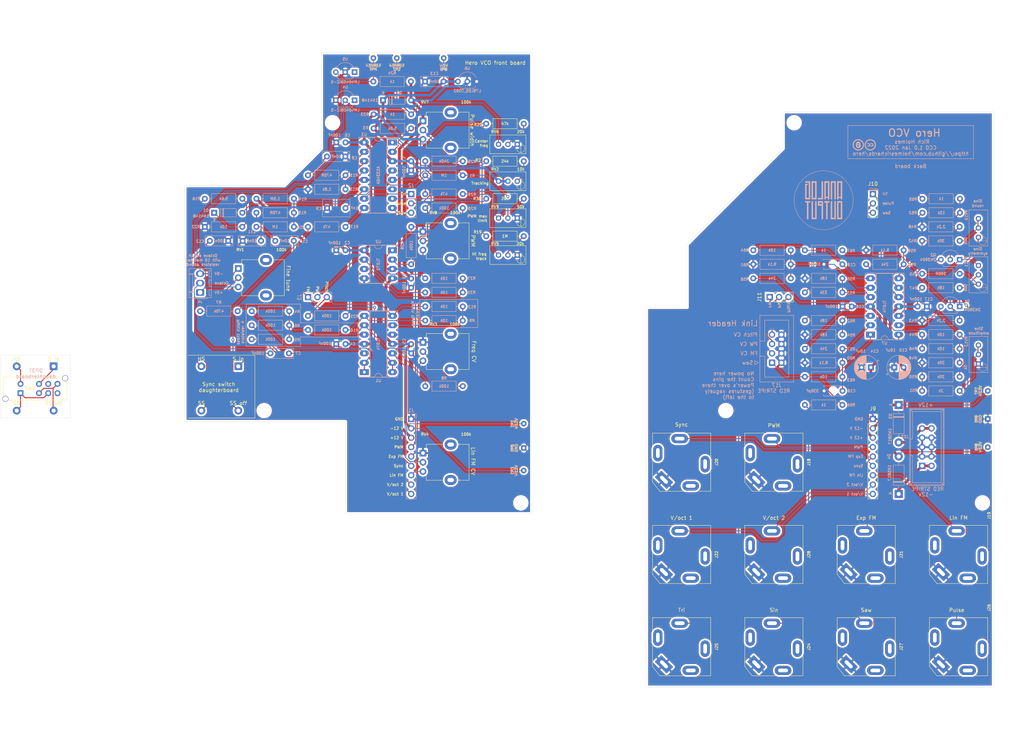
<source format=kicad_pcb>
(kicad_pcb (version 20211014) (generator pcbnew)
  (layers (0 "F.Cu" signal) (31 "B.Cu" signal) (34 "B.Paste" user) (35 "F.Paste" user) (36 "B.SilkS" user "B.Silkscreen") (37 "F.SilkS" user "F.Silkscreen") (38 "B.Mask" user) (39 "F.Mask" user) (44 "Edge.Cuts" user))
  (net 0 "")
  (net 1 "GND")
  (net 2 "-5V")
  (net 3 "+12V")
  (net 4 "-12V")
  (net 5 "PWM_IN")
  (net 6 "LIN_FM")
  (net 7 "CV_NODE")
  (net 8 "HFT")
  (net 9 "HARD_SYNC")
  (net 10 "SOFT_SYNC")
  (net 11 "/Front PCB/SYNCA")
  (net 12 "Net-(C9-Pad2)")
  (net 13 "Net-(C10-Pad1)")
  (net 14 "Net-(C11-Pad1)")
  (net 15 "/Front PCB/-5V_REF")
  (net 16 "/Front PCB/SOFT_SYNC_OFF")
  (net 17 "Net-(C8-Pad1)")
  (net 18 "GND1")
  (net 19 "+12V_1")
  (net 20 "-12V_1")
  (net 21 "Net-(C19-Pad1)")
  (net 22 "Net-(C19-Pad2)")
  (net 23 "Net-(C18-Pad2)")
  (net 24 "TRI")
  (net 25 "PULSE")
  (net 26 "SAW")
  (net 27 "Net-(Q1-Pad3)")
  (net 28 "Net-(Q2-Pad3)")
  (net 29 "Net-(Q2-Pad2)")
  (net 30 "/Front PCB/+5V_REF")
  (net 31 "Net-(R10-Pad1)")
  (net 32 "Net-(R4-Pad2)")
  (net 33 "Net-(D1-Pad1)")
  (net 34 "Net-(R2-Pad2)")
  (net 35 "Net-(R2-Pad1)")
  (net 36 "Net-(R29-Pad1)")
  (net 37 "/Front PCB/HARD_SYNCA")
  (net 38 "/Front PCB/SOFT_SYNCA")
  (net 39 "Net-(R3-Pad1)")
  (net 40 "Net-(R10-Pad2)")
  (net 41 "TRI_RAW")
  (net 42 "Net-(R27-Pad1)")
  (net 43 "Net-(R12-Pad2)")
  (net 44 "Net-(R13-Pad1)")
  (net 45 "/Front PCB/CV_SUM")
  (net 46 "Net-(R42-Pad1)")
  (net 47 "/Front PCB/SYNC")
  (net 48 "/Front PCB/LINK_OUT_FM")
  (net 49 "/Outputs and sin/LINK_OUT_SAW")
  (net 50 "/Jacks, power, etc/+12V_IN")
  (net 51 "/Jacks, power, etc/-12V_IN")
  (net 52 "/Front PCB/V_OCT")
  (net 53 "/Front PCB/V_OCT2")
  (net 54 "/Front PCB/LIN_FM_IN")
  (net 55 "/Front PCB/CV_IN")
  (net 56 "/Front PCB/PWMIN")
  (net 57 "Net-(Q1-Pad1)")
  (net 58 "Net-(Q1-Pad2)")
  (net 59 "Net-(Q2-Pad1)")
  (net 60 "Net-(R25-Pad1)")
  (net 61 "Net-(R27-Pad2)")
  (net 62 "/Front PCB/LINK_OUT_PW")
  (net 63 "/Front PCB/SAW_OUT")
  (net 64 "/Front PCB/PULSE_OUT")
  (net 65 "/Front PCB/TRIANGLE_OUT")
  (net 66 "/Front PCB/OCTAVE")
  (net 67 "/Jacks, power, etc/V_OCT_J")
  (net 68 "/Jacks, power, etc/V_OCT2_J")
  (net 69 "/Jacks, power, etc/LIN_FM_IN_J")
  (net 70 "/Jacks, power, etc/SYNC_J")
  (net 71 "/Jacks, power, etc/CV_IN_J")
  (net 72 "/Jacks, power, etc/PWMIN_J")
  (net 73 "/Jacks, power, etc/SIN")
  (net 74 "/Outputs and sin/SAW_OUT_S")
  (net 75 "/Outputs and sin/PULSE_OUT_S")
  (net 76 "/Outputs and sin/TRIANGLE_OUT_S")
  (net 77 "/Front PCB/FINE_TUNE")
  (net 78 "/Front PCB/FREQ_CV")
  (net 79 "/Front PCB/HI_FREQ_TRACK")
  (net 80 "/Front PCB/CENTER_FREQ")
  (net 81 "/Front PCB/PULSE_WIDTH")
  (net 82 "/Front PCB/PWM")
  (net 83 "/Front PCB/LIN_FM_CV")
  (net 84 "Net-(R52-Pad1)")
  (net 85 "/Octave and sync switches/SYNCA_P")
  (net 86 "/Octave and sync switches/SOFT_SYNCA_P")
  (net 87 "/Octave and sync switches/SOFT_SYNC_OFF_P")
  (net 88 "/Octave and sync switches/HARD_SYNCA_P")
  (net 91 "/LINK_OUT_FM_B")
  (net 92 "/LINK_OUT_PW_B")
  (net 93 "/LINK_OUT_CV_B")
  (net 94 "Net-(R47-Pad2)")
  (net 95 "Net-(R50-Pad1)")
  (net 96 "Net-(R53-Pad1)")
  (net 97 "Net-(R56-Pad1)")
  (footprint "herovco:herovco_panel_behind" (layer "F.Cu") (at 103.8 115)
    (fp_text reference "GRAF1" hide)
    (fp_text value "Holes" hide)
  )
  (footprint "ao_tht:MountingHole_3.2mm_M3" (layer "F.Cu") (at 78.3 126)
    (fp_text reference "H1" hide)
    (fp_text value "MountingHole")
  )
  (footprint "ao_tht:MountingHole_3.2mm_M3" (layer "F.Cu") (at 96.8 48)
    (fp_text reference "H2" hide)
    (fp_text value "MountingHole")
  )
  (footprint "ao_tht:MountingHole_3.2mm_M3" (layer "F.Cu") (at 147.8 151)
    (fp_text reference "H3" hide)
    (fp_text value "MountingHole")
  )
  (footprint "ao_tht:MountingHole_3.2mm_M3" (layer "F.Cu") (at 272.8 151)
    (fp_text reference "H4" hide)
    (fp_text value "MountingHole")
  )
  (footprint "ao_tht:MountingHole_3.2mm_M3" (layer "F.Cu") (at 221.8 48)
    (fp_text reference "H5" hide)
    (fp_text value "MountingHole")
  )
  (footprint "ao_tht:MountingHole_3.2mm_M3" (layer "F.Cu") (at 203.3 126)
    (fp_text reference "H6" hide)
    (fp_text value "MountingHole")
  )
  (footprint "Connector_PinSocket_2.54mm:PinSocket_1x09_P2.54mm_Vertical" (layer "F.Cu") (at 243.11 128.27)
    (fp_text reference "J9")
    (fp_text value "Conn_01x09")
  )
  (footprint "ao_tht:Jack_6.35mm_PJ_629HAN_slots" (layer "F.Cu") (at 216.3 140 -90)
    (fp_text reference "J18")
    (fp_text value "AudioJack2")
  )
  (footprint "ao_tht:Jack_6.35mm_PJ_629HAN_slots" (layer "F.Cu") (at 266.3 165 -90)
    (fp_text reference "J19")
    (fp_text value "AudioJack2")
  )
  (footprint "ao_tht:Jack_6.35mm_PJ_629HAN_slots" (layer "F.Cu") (at 191.3 140 -90)
    (fp_text reference "J20")
    (fp_text value "AudioJack2")
  )
  (footprint "ao_tht:Jack_6.35mm_PJ_629HAN_slots" (layer "F.Cu") (at 241.3 165 -90)
    (fp_text reference "J21")
    (fp_text value "AudioJack2")
  )
  (footprint "ao_tht:Jack_6.35mm_PJ_629HAN_slots" (layer "F.Cu") (at 191.3 165 -90)
    (fp_text reference "J22")
    (fp_text value "AudioJack2")
  )
  (footprint "ao_tht:Jack_6.35mm_PJ_629HAN_slots" (layer "F.Cu") (at 216.3 190 -90)
    (fp_text reference "J24")
    (fp_text value "AudioJack2")
  )
  (footprint "ao_tht:Jack_6.35mm_PJ_629HAN_slots" (layer "F.Cu") (at 191.3 190 -90)
    (fp_text reference "J25")
    (fp_text value "AudioJack2")
  )
  (footprint "ao_tht:Jack_6.35mm_PJ_629HAN_slots" (layer "F.Cu") (at 266.3 190 -90)
    (fp_text reference "J26")
    (fp_text value "AudioJack2")
  )
  (footprint "ao_tht:Jack_6.35mm_PJ_629HAN_slots" (layer "F.Cu") (at 241.3 190 -90)
    (fp_text reference "J27")
    (fp_text value "AudioJack2")
  )
  (footprint "ao_tht:Jack_6.35mm_PJ_629HAN_slots" (layer "F.Cu") (at 216.3 165 -90)
    (fp_text reference "J28")
    (fp_text value "AudioJack2")
  )
  (footprint "ao_tht:R_Axial_DIN0207_L6.3mm_D2.5mm_P10.16mm_Horizontal" (layer "F.Cu") (at 138.43 58.42)
    (fp_text reference "R2")
    (fp_text value "24k")
  )
  (footprint "ao_tht:R_Axial_DIN0207_L6.3mm_D2.5mm_P10.16mm_Horizontal" (layer "F.Cu") (at 138.43 78.74)
    (fp_text reference "R19")
    (fp_text value "1M")
  )
  (footprint "ao_tht:R_Axial_DIN0207_L6.3mm_D2.5mm_P10.16mm_Horizontal" (layer "F.Cu") (at 138.43 48.26)
    (fp_text reference "R20")
    (fp_text value "47k")
  )
  (footprint "ao_tht:R_Axial_DIN0207_L6.3mm_D2.5mm_P10.16mm_Horizontal" (layer "F.Cu") (at 148.59 68.58 180)
    (fp_text reference "R30")
    (fp_text value "20k")
  )
  (footprint "ao_tht:Potentiometer_Alpha_RD901F-40-00D_Single_Vertical_centered" (layer "F.Cu") (at 78.8 90)
    (fp_text reference "RV1")
    (fp_text value "100k")
  )
  (footprint "ao_tht:Potentiometer_Bourns_3296W_Vertical_screw_centered" (layer "F.Cu") (at 147.8 65)
    (fp_text reference "RV2")
    (fp_text value "10k")
  )
  (footprint "ao_tht:Potentiometer_Alpha_RD901F-40-00D_Single_Vertical_centered" (layer "F.Cu") (at 128.8 110)
    (fp_text reference "RV3")
    (fp_text value "100k")
  )
  (footprint "ao_tht:Potentiometer_Alpha_RD901F-40-00D_Single_Vertical_centered" (layer "F.Cu") (at 128.8 140)
    (fp_text reference "RV4")
    (fp_text value "100k")
  )
  (footprint "ao_tht:Potentiometer_Bourns_3296W_Vertical_screw_centered" (layer "F.Cu") (at 147.8 85)
    (fp_text reference "RV5")
    (fp_text value "20k")
  )
  (footprint "ao_tht:Potentiometer_Bourns_3296W_Vertical_screw_centered" (layer "F.Cu") (at 147.8 55)
    (fp_text reference "RV6")
    (fp_text value "20k")
  )
  (footprint "ao_tht:Potentiometer_Alpha_RD901F-40-00D_Single_Vertical_centered" (layer "F.Cu") (at 128.8 50)
    (fp_text reference "RV7")
    (fp_text value "100k")
  )
  (footprint "ao_tht:Potentiometer_Alpha_RD901F-40-00D_Single_Vertical_centered" (layer "F.Cu") (at 128.8 80)
    (fp_text reference "RV8")
    (fp_text value "100k")
  )
  (footprint "ao_tht:Potentiometer_Bourns_3296W_Vertical_screw_centered" (layer "F.Cu") (at 147.8 75)
    (fp_text reference "RV9")
    (fp_text value "50k")
  )
  (footprint "herovco_panel:herovco_panel_holes" (layer "F.Cu") (at 228.8 115)
    (fp_text reference "GRAF2" hide)
    (fp_text value "Holes" hide)
  )
  (footprint "ao_tht:Board_Marker" (layer "F.Cu") (at 238.684 45.002)
    (fp_text reference "B2")
    (fp_text value "Board")
  )
  (footprint "ao_tht:TestPoint_THTPad_D1.5mm_Drill0.7mm" (layer "F.Cu") (at 148.59 129.54 90)
    (fp_text reference "TP1")
    (fp_text value "+12V")
  )
  (footprint "ao_tht:TestPoint_THTPad_D1.5mm_Drill0.7mm" (layer "F.Cu") (at 148.59 142.24 90)
    (fp_text reference "TP3")
    (fp_text value "-12V")
  )
  (footprint "ao_tht:TestPoint_THTPad_D1.5mm_Drill0.7mm" (layer "F.Cu") (at 148.59 136.13 90)
    (fp_text reference "TP5")
    (fp_text value "GND")
  )
  (footprint "ao_tht:TestPoint_THTPad_D1.5mm_Drill0.7mm" (layer "F.Cu") (at 274.24 120.65 90)
    (fp_text reference "TP7")
    (fp_text value "+12V")
  )
  (footprint "ao_tht:TestPoint_THTPad_D1.5mm_Drill0.7mm" (layer "F.Cu") (at 274.24 135.89 90)
    (fp_text reference "TP8")
    (fp_text value "-12V")
  )
  (footprint "ao_tht:TestPoint_THTPad_1.5x1.5mm_Drill0.7mm" (layer "F.Cu") (at 274.24 128.27 90)
    (fp_text reference "TP9")
    (fp_text value "GND")
  )
  (footprint "ao_tht:Board_Marker" (layer "F.Cu") (at 112.065 29)
    (fp_text reference "B1")
    (fp_text value "Board")
  )
  (footprint "herovco:SolderWire-round_1x01_D0.9mm_OD2.1mm" (layer "F.Cu") (at 61.3 114)
    (fp_text reference "J8" hide)
    (fp_text value "Conn_01x01" hide)
  )
  (footprint "herovco:SolderWire-round_1x01_D0.9mm_OD2.1mm" (layer "F.Cu") (at 11.3 126)
    (fp_text reference "J15" hide)
    (fp_text value "Conn_01x01" hide)
  )
  (footprint "Connector_PinSocket_2.54mm:PinSocket_1x03_P2.54mm_Vertical" (layer "F.Cu") (at 215.185 95.225 90)
    (fp_text reference "J11")
    (fp_text value "Conn_01x03")
  )
  (footprint "ao_tht:Board_Marker" (layer "F.Cu") (at 18.3 111)
    (fp_text reference "B3")
    (fp_text value "Board")
  )
  (footprint "herovco:SolderWire-round_1x01_D0.9mm_OD2.1mm" (layer "F.Cu") (at 21.3 126)
    (fp_text reference "J14" hide)
    (fp_text value "Conn_01x01" hide)
  )
  (footprint "ao_tht:TestPoint_THTPad_D1.5mm_Drill0.7mm" (layer "F.Cu") (at 114.22 30.48 180)
    (fp_text reference "TP2")
    (fp_text value "+5VREF")
  )
  (footprint "herovco:SolderWire-round_1x01_D0.9mm_OD2.1mm" (layer "F.Cu") (at 71.3 126)
    (fp_text reference "J6" hide)
    (fp_text value "Conn_01x01" hide)
  )
  (footprint "Connector_Wire:SolderWire-0.5sqmm_1x01_D0.9mm_OD2.1mm" (layer "F.Cu") (at 71.3 114)
    (fp_text reference "J5" hide)
    (fp_text value "Wire pads" hide)
  )
  (footprint "ao_tht:TestPoint_THTPad_D1.5mm_Drill0.7mm" (layer "F.Cu") (at 107.87 30.48 180)
    (fp_text reference "TP4")
    (fp_text value "-5VREF")
  )
  (footprint "herovco:SW_CK_OS203012MU5QP1_DP3T" (layer "F.Cu") (at 12.3382 121.2704)
    (fp_text reference "SW2")
    (fp_text value "SW_DP3T")
  )
  (footprint "Connector_PinSocket_2.54mm:PinSocket_1x03_P2.54mm_Vertical" (layer "F.Cu") (at 243.135 67.325)
    (fp_text reference "J10")
    (fp_text value "Conn_01x03")
  )
  (footprint "ao_tht:TestPoint_THTPad_D1.5mm_Drill0.7mm" (layer "F.Cu") (at 126.92 30.48 180)
    (fp_text reference "TP6")
    (fp_text value "-5V")
  )
  (footprint "Connector_Wire:SolderWire-0.5sqmm_1x01_D0.9mm_OD2.1mm" (layer "F.Cu") (at 21.3 114)
    (fp_text reference "J13" hide)
    (fp_text value "Wire pads" hide)
  )
  (footprint "herovco:SolderWire-round_1x01_D0.9mm_OD2.1mm" (layer "F.Cu") (at 61.3 126)
    (fp_text reference "J7" hide)
    (fp_text value "Conn_01x01" hide)
  )
  (footprint "herovco:SolderWire-round_1x01_D0.9mm_OD2.1mm" (layer "F.Cu") (at 11.3 114)
    (fp_text reference "J16" hide)
    (fp_text value "Conn_01x01" hide)
  )
  (footprint "ao_tht:C_Disc_D3.0mm_W1.6mm_P2.50mm" (layer "B.Cu") (at 118.11 58.42 -90)
    (fp_text reference "C1")
    (fp_text value "100nF")
  )
  (footprint "ao_tht:C_Rect_L7.2mm_W2.5mm_P5.00mm_FKS2_FKP2_MKS2_MKP2" (layer "B.Cu") (at 80.01 110.49)
    (fp_text reference "C7")
    (fp_text value "100nF")
  )
  (footprint "ao_tht:C_Disc_D3.0mm_W1.6mm_P2.50mm" (layer "B.Cu") (at 100.33 53.34 180)
    (fp_text reference "C6")
    (fp_text value "100nF")
  )
  (footprint "ao_tht:C_Disc_D3.0mm_W1.6mm_P2.50mm" (layer "B.Cu") (at 100.33 82.55 180)
    (fp_text reference "C2")
    (fp_text value "100nF")
  )
  (footprint "ao_tht:C_Disc_D3.0mm_W1.6mm_P2.50mm" (layer "B.Cu") (at 118.11 92.71 90)
    (fp_text reference "C3")
    (fp_text value "100nF")
  )
  (footprint "Capacitor_THT:C_Rect_L7.2mm_W4.5mm_P5.00mm_FKS2_FKP2_MKS2_MKP2" (layer "B.Cu") (at 95.33 71.12)
    (fp_text reference "C9")
    (fp_text value "1nF")
  )
  (footprint "ao_tht:C_Rect_L7.2mm_W2.5mm_P5.00mm_FKS2_FKP2_MKS2_MKP2" (layer "B.Cu") (at 81.32 80.01)
    (fp_text reference "C10")
    (fp_text value "10nF")
  )
  (footprint "ao_tht:C_Rect_L7.2mm_W2.5mm_P5.00mm_FKS2_FKP2_MKS2_MKP2" (layer "B.Cu") (at 77.47 80.01 180)
    (fp_text reference "C11")
    (fp_text value "10nF")
  )
  (footprint "ao_tht:C_Disc_D3.0mm_W1.6mm_P2.50mm" (layer "B.Cu") (at 100.33 107.95 180)
    (fp_text reference "C4")
    (fp_text value "100nF")
  )
  (footprint "ao_tht:C_Disc_D3.0mm_W1.6mm_P2.50mm" (layer "B.Cu") (at 118.11 110.49 90)
    (fp_text reference "C5")
    (fp_text value "100nF")
  )
  (footprint "ao_tht:C_Rect_L7.2mm_W2.5mm_P5.00mm_FKS2_FKP2_MKS2_MKP2" (layer "B.Cu") (at 121.88 36.83)
    (fp_text reference "C13")
    (fp_text value "10nF")
  )
  (footprint "ao_tht:C_Disc_D3.0mm_W1.6mm_P2.50mm" (layer "B.Cu") (at 237.41 97.79 180)
    (fp_text reference "C16")
    (fp_text value "100nF")
  )
  (footprint "ao_tht:C_Disc_D3.0mm_W1.6mm_P2.50mm" (layer "B.Cu") (at 257.73 97.79 180)
    (fp_text reference "C17")
    (fp_text value "100nF")
  )
  (footprint "ao_tht:C_Disc_D5.0mm_W2.5mm_P5.00mm" (layer "B.Cu") (at 229.91 120.65)
    (fp_text reference "C18")
    (fp_text value "330pF")
  )
  (footprint "ao_tht:C_Disc_D5.0mm_W2.5mm_P5.00mm" (layer "B.Cu") (at 234.87 86.36 180)
    (fp_text reference "C19")
    (fp_text value "330pF")
  )
  (footprint "ao_tht:CP_Radial_D6.3mm_P2.50mm" (layer "B.Cu") (at 242.57 114.3 180)
    (fp_text reference "C14")
    (fp_text value "10uF")
  )
  (footprint "ao_tht:CP_Radial_D6.3mm_P2.50mm" (layer "B.Cu") (at 248.92 114.3)
    (fp_text reference "C15")
    (fp_text value "10uF")
  )
  (footprint "ao_tht:D_DO-35_SOD27_P7.62mm_Horizontal" (layer "B.Cu") (at 110.49 41.91)
    (fp_text reference "D2")
    (fp_text value "1N4148")
  )
  (footprint "ao_tht:D_DO-41_SOD81_P10.16mm_Horizontal" (layer "B.Cu") (at 250.11 124.46 -90)
    (fp_text reference "D3")
    (fp_text value "1N5817")
  )
  (footprint "ao_tht:D_DO-41_SOD81_P10.16mm_Horizontal" (layer "B.Cu") (at 250.11 148.59 90)
    (fp_text reference "D4")
    (fp_text value "1N5817")
  )
  (footprint "ao_tht:analogoutput" (layer "B.Cu") (at 229.8 69 180)
    (fp_text reference "GRAF3" hide)
    (fp_text value "AO logo" hide)
  )
  (footprint "ao_tht:CC0_logo" (layer "B.Cu") (at 240.8 54 180)
    (fp_text reference "GRAF4" hide)
    (fp_text value "CC0 logo" hide)
  )
  (footprint "Connector_PinHeader_2.54mm:PinHeader_1x09_P2.54mm_Vertical" (layer "B.Cu") (at 118.11 128.27 180)
    (fp_text reference "J1")
    (fp_text value "Conn_01x09")
  )
  (footprint "ao_tht:Molex_KK-254_AE-6410-03A_1x03_P2.54mm_Vertical" (layer "B.Cu") (at 60.96 93.98 90)
    (fp_text reference "J4")
    (fp_text value "3_pin_Molex_header")
  )
  (footprint "Connector_IDC:IDC-Header_2x04_P2.54mm_Vertical" (layer "B.Cu") (at 215.82 113.03)
    (fp_text reference "J17")
    (fp_text value "Conn_02x04_Odd_Even")
  )
  (footprint "ao_tht:Power_Header" (layer "B.Cu") (at 256.46 140.97)
    (fp_text reference "J23")
    (fp_text value "Synth_power_2x5")
  )
  (footprint "ao_tht:TO-92_Inline_Wide" (layer "B.Cu") (at 266.62 97.79 180)
    (fp_text reference "Q1")
    (fp_text value "2N3904")
  )
  (footprint "ao_tht:TO-92_Inline_Wide" (layer "B.Cu") (at 266.62 85.09 180)
    (fp_text reference "Q2")
    (fp_text value "2N3904")
  )
  (footprint "ao_tht:R_Axial_DIN0207_L6.3mm_D2.5mm_P10.16mm_Horizontal" (layer "B.Cu") (at 121.92 62.23)
    (fp_text reference "R1")
    (fp_text value "1M")
  )
  (footprint "ao_tht:R_Axial_DIN0207_L6.3mm_D2.5mm_P10.16mm_Horizontal" (layer "B.Cu") (at 118.11 49.53 180)
    (fp_text reference "R3")
    (fp_text value "5.6k")
  )
  (footprint "ao_tht:R_Axial_DIN0207_L6.3mm_D2.5mm_P10.16mm_Horizontal" (layer "B.Cu") (at 85.09 99.06 180)
    (fp_text reference "R4")
    (fp_text value "100k")
  )
  (footprint "ao_tht:R_Axial_DIN0207_L6.3mm_D2.5mm_P10.16mm_Horizontal" (layer "B.Cu") (at 85.09 106.68 180)
    (fp_text reference "R5")
    (fp_text value "100k")
  )
  (footprint "ao_tht:R_Axial_DIN0207_L6.3mm_D2.5mm_P10.16mm_Horizontal" (layer "B.Cu") (at 85.09 102.87 180)
    (fp_text reference "R6")
    (fp_text value "100k")
  )
  (footprint "ao_tht:R_Axial_DIN0207_L6.3mm_D2.5mm_P10.16mm_Horizontal" (layer "B.Cu") (at 121.92 119.38)
    (fp_text reference "R8")
    (fp_text value "100k")
  )
  (footprint "ao_tht:R_Axial_DIN0207_L6.3mm_D2.5mm_P10.16mm_Horizontal" (layer "B.Cu") (at 71.12 99.06 180)
    (fp_text reference "R7")
    (fp_text value "470k")
  )
  (footprint "ao_tht:R_Axial_DIN0207_L6.3mm_D2.5mm_P10.16mm_Horizontal" (layer "B.Cu") (at 132.08 101.6 180)
    (fp_text reference "R9")
    (fp_text value "10k")
  )
  (footprint "ao_tht:R_Axial_DIN0207_L6.3mm_D2.5mm_P10.16mm_Horizontal" (layer "B.Cu") (at 100.33 104.14 180)
    (fp_text reference "R10")
    (fp_text value "100k")
  )
  (footprint "ao_tht:R_Axial_DIN0207_L6.3mm_D2.5mm_P10.16mm_Horizontal" (layer "B.Cu") (at 121.92 97.79)
    (fp_text reference "R12")
    (fp_text value "10k")
  )
  (footprint "ao_tht:R_Axial_DIN0207_L6.3mm_D2.5mm_P10.16mm_Horizontal" (layer "B.Cu") (at 100.33 66.04 180)
    (fp_text reference "R13")
    (fp_text value "1.8k")
  )
  (footprint "ao_tht:R_Axial_DIN0207_L6.3mm_D2.5mm_P10.16mm_Horizontal" (layer "B.Cu") (at 76.2 68.58)
    (fp_text reference "R14")
    (fp_text value "1.5M")
  )
  (footprint "ao_tht:R_Axial_DIN0207_L6.3mm_D2.5mm_P10.16mm_Horizontal" (layer "B.Cu") (at 86.36 72.39 180)
    (fp_text reference "R15")
    (fp_text value "470R")
  )
  (footprint "ao_tht:R_Axial_DIN0207_L6.3mm_D2.5mm_P10.16mm_Horizontal" (layer "B.Cu") (at 86.36 76.2 180)
    (fp_text reference "R18")
    (fp_text value "1M")
  )
  (footprint "ao_tht:R_Axial_DIN0207_L6.3mm_D2.5mm_P10.16mm_Horizontal" (layer "B.Cu") (at 100.33 100.33 180)
    (fp_text reference "R21")
    (fp_text value "100k")
  )
  (footprint "ao_tht:R_Axial_DIN0207_L6.3mm_D2.5mm_P10.16mm_Horizontal" (layer "B.Cu") (at 107.95 45.72)
    (fp_text reference "R23")
    (fp_text value "1k")
  )
  (footprint "ao_tht:R_Axial_DIN0207_L6.3mm_D2.5mm_P10.16mm_Horizontal" (layer "B.Cu") (at 121.92 58.42)
    (fp_text reference "R25")
    (fp_text value "240k")
  )
  (footprint "ao_tht:R_Axial_DIN0207_L6.3mm_D2.5mm_P10.16mm_Horizontal" (layer "B.Cu") (at 121.92 71.12)
    (fp_text reference "R26")
    (fp_text value "100k")
  )
  (footprint "ao_tht:R_Axial_DIN0207_L6.3mm_D2.5mm_P10.16mm_Horizontal" (layer "B.Cu") (at 132.08 90.17 180)
    (fp_text reference "R27")
    (fp_text value "10k")
  )
  (footprint "ao_tht:R_Axial_DIN0207_L6.3mm_D2.5mm_P10.16mm_Horizontal" (layer "B.Cu") (at 118.11 76.2 -90)
    (fp_text reference "R28")
    (fp_text value "100k")
  )
  (footprint "ao_tht:R_Axial_DIN0207_L6.3mm_D2.5mm_P10.16mm_Horizontal" (layer "B.Cu") (at 132.08 67.31 180)
    (fp_text reference "R29")
    (fp_text value "47k")
  )
  (footprint "ao_tht:R_Axial_DIN0207_L6.3mm_D2.5mm_P10.16mm_Horizontal" (layer "B.Cu") (at 121.92 93.98)
    (fp_text reference "R31")
    (fp_text value "10k")
  )
  (footprint "ao_tht:R_Axial_DIN0207_L6.3mm_D2.5mm_P10.16mm_Horizontal" (layer "B.Cu") (at 266.62 80.01 180)
    (fp_text reference "R42")
    (fp_text value "30k")
  )
  (footprint "ao_tht:R_Axial_DIN0207_L6.3mm_D2.5mm_P10.16mm_Horizontal" (layer "B.Cu") (at 266.62 101.6 180)
    (fp_text reference "R43")
    (fp_text value "2.2k")
  )
  (footprint "ao_tht:R_Axial_DIN0207_L6.3mm_D2.5mm_P10.16mm_Horizontal" (layer "B.Cu") (at 256.46 105.41)
    (fp_text reference "R44")
    (fp_text value "10k")
  )
  (footprint "ao_tht:R_Axial_DIN0207_L6.3mm_D2.5mm_P10.16mm_Horizontal" (layer "B.Cu") (at 256.46 88.9)
    (fp_text reference "R45")
    (fp_text value "390R")
  )
  (footprint "ao_tht:R_Axial_DIN0207_L6.3mm_D2.5mm_P10.16mm_Horizontal" (layer "B.Cu") (at 256.46 109.22)
    (fp_text reference "R46")
    (fp_text value "10k")
  )
  (footprint "ao_tht:R_Axial_DIN0207_L6.3mm_D2.5mm_P10.16mm_Horizontal" (layer "B.Cu") (at 256.46 92.71)
    (fp_text reference "R47")
    (fp_text value "18k")
  )
  (footprint "ao_tht:R_Axial_DIN0207_L6.3mm_D2.5mm_P10.16mm_Horizontal" (layer "B.Cu") (at 266.62 76.2 180)
    (fp_text reference "R48")
    (fp_text value "2.2k")
  )
  (footprint "ao_tht:R_Axial_DIN0207_L6.3mm_D2.5mm_P10.16mm_Horizontal" (layer "B.Cu") (at 266.62 113.03 180)
    (fp_text reference "R49")
    (fp_text value "20k")
  )
  (footprint "ao_tht:R_Axial_DIN0207_L6.3mm_D2.5mm_P10.16mm_Horizontal" (layer "B.Cu") (at 256.46 116.84)
    (fp_text reference "R50")
    (fp_text value "20k")
  )
  (footprint "ao_tht:R_Axial_DIN0207_L6.3mm_D2.5mm_P10.16mm_Horizontal" (layer "B.Cu") (at 266.62 120.65 180)
    (fp_text reference "R51")
    (fp_text value "2k")
  )
  (footprint "ao_tht:R_Axial_DIN0207_L6.3mm_D2.5mm_P10.16mm_Horizontal" (layer "B.Cu") (at 234.87 101.6 180)
    (fp_text reference "R52")
    (fp_text value "18k")
  )
  (footprint "ao_tht:R_Axial_DIN0207_L6.3mm_D2.5mm_P10.16mm_Horizontal" (layer "B.Cu") (at 234.87 93.98 180)
    (fp_text reference "R53")
    (fp_text value "33k")
  )
  (footprint "ao_tht:R_Axial_DIN0207_L6.3mm_D2.5mm_P10.16mm_Horizontal" (layer "B.Cu") (at 234.87 105.41 180)
    (fp_text reference "R54")
    (fp_text value "18k")
  )
  (footprint "ao_tht:R_Axial_DIN0207_L6.3mm_D2.5mm_P10.16mm_Horizontal" (layer "B.Cu") (at 234.87 90.17 180)
    (fp_text reference "R55")
    (fp_text value "18k")
  )
  (footprint "ao_tht:R_Axial_DIN0207_L6.3mm_D2.5mm_P10.16mm_Horizontal" (layer "B.Cu") (at 251.46 86.36 180)
    (fp_text reference "R56")
    (fp_text value "24k")
  )
  (footprint "ao_tht:R_Axial_DIN0207_L6.3mm_D2.5mm_P10.16mm_Horizontal" (layer "B.Cu") (at 234.87 109.22 180)
    (fp_text reference "R57")
    (fp_text value "24k")
  )
  (footprint "ao_tht:R_Axial_DIN0207_L6.3mm_D2.5mm_P10.16mm_Horizontal" (layer "B.Cu") (at 220.9 90.17 180)
    (fp_text reference "R58")
    (fp_text value "24k")
  )
  (footprint "ao_tht:R_Axial_DIN0207_L6.3mm_D2.5mm_P10.16mm_Horizontal" (layer "B.Cu") (at 251.46 82.55 180)
    (fp_text reference "R59")
    (fp_text value "9.1k")
  )
  (footprint "ao_tht:R_Axial_DIN0207_L6.3mm_D2.5mm_P10.16mm_Horizontal" (layer "B.Cu") (at 234.87 113.03 180)
    (fp_text reference "R60")
    (fp_text value "9.1k")
  )
  (footprint "ao_tht:R_Axial_DIN0207_L6.3mm_D2.5mm_P10.16mm_Horizontal" (layer "B.Cu") (at 220.9 86.36 180)
    (fp_text reference "R61")
    (fp_text value "9.1k")
  )
  (footprint "ao_tht:R_Axial_DIN0207_L6.3mm_D2.5mm_P10.16mm_Horizontal" (layer "B.Cu") (at 266.7 72.39 180)
    (fp_text reference "R62")
    (fp_text value "10k")
  )
  (footprint "ao_tht:R_Axial_DIN0207_L6.3mm_D2.5mm_P10.16mm_Horizontal" (layer "B.Cu") (at 224.71 116.84)
    (fp_text reference "R63")
    (fp_text value "10k")
  )
  (footprint "ao_tht:R_Axial_DIN0207_L6.3mm_D2.5mm_P10.16mm_Horizontal" (layer "B.Cu") (at 210.74 82.55)
    (fp_text reference "R64")
    (fp_text value "10k")
  )
  (footprint "ao_tht:R_Axial_DIN0207_L6.3mm_D2.5mm_P10.16mm_Horizontal" (layer "B.Cu") (at 256.54 68.58)
    (fp_text reference "R65")
    (fp_text value "1k")
  )
  (footprint "ao_tht:R_Axial_DIN0207_L6.3mm_D2.5mm_P10.16mm_Horizontal" (layer "B.Cu") (at 224.71 124.46)
    (fp_text reference "R66")
    (fp_text value "1k")
  )
  (footprint "ao_tht:R_Axial_DIN0207_L6.3mm_D2.5mm_P10.16mm_Horizontal" (layer "B.Cu") (at 234.87 82.55 180)
    (fp_text reference "R67")
    (fp_text value "1k")
  )
  (footprint "ao_tht:DIP-14_W7.62mm_Socket_LongPads" (layer "B.Cu") (at 105.42 115.57)
    (fp_text reference "U1")
    (fp_text value "TL074")
  )
  (footprint "ao_tht:DIP-16_W7.62mm_Socket_LongPads" (layer "B.Cu") (at 113.02 53.33 180)
    (fp_text reference "U3")
    (fp_text value "AS3340A")
  )
  (footprint "ao_tht:DIP-8_W7.62mm_Socket_LongPads" (layer "B.Cu") (at 113.02 82.55 180)
    (fp_text reference "U2")
    (fp_text value "TL072")
  )
  (footprint "ao_tht:TO-92_Inline_Wide" (layer "B.Cu") (at 102.79 41.91 180)
    (fp_text reference "U4")
    (fp_text value "LM4040BIZ-5")
  )
  (footprint "ao_tht:TO-92_Inline_Wide" (layer "B.Cu") (at 135.85 36.83 180)
    (fp_text reference "U6")
    (fp_text value "L79L05_TO92")
  )
  (footprint "ao_tht:DIP-14_W7.62mm_Socket_LongPads" (layer "B.Cu") (at 242.49 105.41)
    (fp_text reference "U7")
    (fp_text value "TL074")
  )
  (footprint "Connector_PinHeader_2.54mm:PinHeader_1x03_P2.54mm_Vertical" (layer "B.Cu") (at 90.185 95.25 -90)
    (fp_text reference "J3")
    (fp_text value "Conn_01x03")
  )
  (footprint "Connector_PinHeader_2.54mm:PinHeader_1x03_P2.54mm_Vertical" (layer "B.Cu") (at 118.11 67.31 180)
    (fp_text reference "J2")
    (fp_text value "Conn_01x03")
  )
  (footprint "ao_tht:R_Axial_DIN0207_L6.3mm_D2.5mm_P10.16mm_Horizontal" (layer "B.Cu") (at 100.33 62.23 180)
    (fp_text reference "R11")
    (fp_text value "470R")
  )
  (footprint "ao_tht:D_DO-35_SOD27_P7.62mm_Horizontal" (layer "B.Cu") (at 64.77 72.39)
    (fp_text reference "D1")
    (fp_text value "1N4148")
  )
  (footprint "ao_tht:C_Rect_L7.2mm_W2.5mm_P5.00mm_FKS2_FKP2_MKS2_MKP2" (layer "B.Cu") (at 68.58 80.01 180)
    (fp_text reference "C12")
    (fp_text value "100nF")
  )
  (footprint "ao_tht:C_Rect_L7.2mm_W2.5mm_P5.00mm_FKS2_FKP2_MKS2_MKP2" (layer "B.Cu") (at 95.29 57.15)
    (fp_text reference "C8")
    (fp_text value "10nF")
  )
  (footprint "ao_tht:Potentiometer_Bourns_3296W_Vertical_screw_centered" (layer "B.Cu") (at 272.85 92.71 -90)
    (fp_text reference "RV11")
    (fp_text value "50k")
  )
  (footprint "ao_tht:R_Axial_DIN0207_L6.3mm_D2.5mm_P10.16mm_Horizontal" (layer "B.Cu") (at 62.23 76.2)
    (fp_text reference "R22")
    (fp_text value "10k")
  )
  (footprint "ao_tht:TO-92_Inline_Wide" (layer "B.Cu") (at 102.79 34.29 180)
    (fp_text reference "U5")
    (fp_text value "LM4040BIZ-5")
  )
  (footprint "ao_tht:R_Axial_DIN0207_L6.3mm_D2.5mm_P10.16mm_Horizontal" (layer "B.Cu") (at 72.39 68.58 180)
    (fp_text reference "R16")
    (fp_text value "5.6k")
  )
  (footprint "ao_tht:R_Axial_DIN0207_L6.3mm_D2.5mm_P10.16mm_Horizontal" (layer "B.Cu") (at 100.33 76.2 180)
    (fp_text reference "R17")
    (fp_text value "47k")
  )
  (footprint "ao_tht:Potentiometer_Bourns_3296W_Vertical_screw_centered" (layer "B.Cu") (at 272.85 114.3 -90)
    (fp_text reference "RV12")
    (fp_text value "5k")
  )
  (footprint "ao_tht:Potentiometer_Bourns_3296W_Vertical_screw_centered" (layer "B.Cu") (at 272.85 80.01 -90)
    (fp_text reference "RV10")
    (fp_text value "50k")
  )
  (footprint "ao_tht:R_Axial_DIN0207_L6.3mm_D2.5mm_P10.16mm_Horizontal" (layer "B.Cu") (at 107.87 36.83)
    (fp_text reference "R24")
    (fp_text value "1k")
  )
  (gr_line (start 236.36 57.76) (end 270.36 57.76) (layer "B.SilkS") (width 0.12))
  (gr_line (start 270.36 57.76) (end 270.36 48.76) (layer "B.SilkS") (width 0.12))
  (gr_line (start 236.36 48.76) (end 236.36 57.76) (layer "B.SilkS") (width 0.12))
  (gr_line (start 270.36 48.76) (end 236.36 48.76) (layer "B.SilkS") (width 0.12))
  (gr_line (start 88.144 108.57) (end 88.144 106.03) (layer "B.SilkS") (width 0.12))
  (gr_line (start 88.144 97.14) (end 73.412 97.14) (layer "B.SilkS") (width 0.12))
  (gr_line (start 88.144 102.22) (end 88.144 97.14) (layer "B.SilkS") (width 0.12))
  (gr_line (start 103.638 103.49) (end 103.638 102.22) (layer "B.SilkS") (width 0.12))
  (gr_line (start 120.402 95.87) (end 120.402 103.49) (layer "B.SilkS") (width 0.12))
  (gr_line (start 88.144 106.03) (end 103.638 106.03) (layer "B.SilkS") (width 0.12))
  (gr_line (start 73.412 108.57) (end 88.144 108.57) (layer "B.SilkS") (width 0.12))
  (gr_line (start 136.15 103.49) (end 136.15 95.87) (layer "B.SilkS") (width 0.12))
  (gr_line (start 103.638 102.22) (end 88.144 102.22) (layer "B.SilkS") (width 0.12))
  (gr_line (start 103.638 106.03) (end 103.638 104.76) (layer "B.SilkS") (width 0.12))
  (gr_line (start 73.412 97.14) (end 73.412 108.57) (layer "B.SilkS") (width 0.12))
  (gr_line (start 136.15 95.87) (end 120.402 95.87) (layer "B.SilkS") (width 0.12))
  (gr_line (start 120.402 103.49) (end 136.15 103.49) (layer "B.SilkS") (width 0.12))
  (gr_line (start 75.8 111) (end 57.8 111) (layer "F.SilkS") (width 0.12))
  (gr_line (start 75.8 128) (end 57.8 128) (layer "F.SilkS") (width 0.12))
  (gr_line (start 75.8 111) (end 75.8 128) (layer "F.SilkS") (width 0.12))
  (gr_line (start 56.8 65) (end 56.8 129) (layer "Edge.Cuts") (width 0.05))
  (gr_line (start 218.8 45) (end 218.8 55) (layer "Edge.Cuts") (width 0.05))
  (gr_line (start 218.8 45) (end 275.8 45) (layer "Edge.Cuts") (width 0.05))
  (gr_line (start 181.8 201) (end 181.8 98) (layer "Edge.Cuts") (width 0.05))
  (gr_line (start 275.8 201) (end 181.8 201) (layer "Edge.Cuts") (width 0.05))
  (gr_line (start 275.8 45) (end 275.8 201) (layer "Edge.Cuts") (width 0.05))
  (gr_line (start 25.8 128) (end 6.8 128) (layer "Edge.Cuts") (width 0.05))
  (gr_line (start 100.3 130) (end 100.3 154) (layer "Edge.Cuts") (width 0.05))
  (gr_line (start 6.8 128) (end 6.8 111) (layer "Edge.Cuts") (width 0.05))
  (gr_line (start 192.8 81) (end 192.8 98) (layer "Edge.Cuts") (width 0.05))
  (gr_line (start 83.8 65) (end 93.8 55) (layer "Edge.Cuts") (width 0.05))
  (gr_line (start 93.8 29) (end 93.8 55) (layer "Edge.Cuts") (width 0.05))
  (gr_line (start 25.8 111) (end 25.8 128) (layer "Edge.Cuts") (width 0.05))
  (gr_line (start 100.3 129) (end 56.8 129) (layer "Edge.Cuts") (width 0.05))
  (gr_line (start 192.8 98) (end 181.8 98) (layer "Edge.Cuts") (width 0.05))
  (gr_line (start 83.8 65) (end 56.8 65) (layer "Edge.Cuts") (width 0.05))
  (gr_line (start 100.3 154) (end 150.8 154) (layer "Edge.Cuts") (width 0.05))
  (gr_line (start 150.8 154) (end 150.8 29) (layer "Edge.Cuts") (width 0.05))
  (gr_line (start 100.3 130) (end 100.3 129) (layer "Edge.Cuts") (width 0.05))
  (gr_line (start 150.8 29) (end 93.8 29) (layer "Edge.Cuts") (width 0.05))
  (gr_line (start 192.8 81) (end 218.8 55) (layer "Edge.Cuts") (width 0.05))
  (gr_line (start 6.8 111) (end 25.8 111) (layer "Edge.Cuts") (width 0.05))
  (gr_text "Saw" (at 210.74 113.03) (layer "B.SilkS") (effects (font (size 1 1)) (justify left mirror)))
  (gr_text "FM CV" (at 212.01 110.49) (layer "B.SilkS") (effects (font (size 1 1)) (justify left mirror)))
  (gr_text "PW CV" (at 212.01 107.95) (layer "B.SilkS") (effects (font (size 1 1)) (justify left mirror)))
  (gr_text "Pitch CV" (at 212.01 105.41) (layer "B.SilkS") (effects (font (size 1 1)) (justify left mirror)))
  (gr_text "RED STRIPE" (at 216.3 120.65) (layer "B.SilkS") (effects (font (size 1 1)) (justify mirror)))
  (gr_text "Back board" (at 253.36 59.76) (layer "B.SilkS") (effects (font (size 1 1)) (justify mirror)))
  (gr_text "Rich Holmes \nCC0 1.0 Jan 2022\nhttps://github.com/holmesrichards/hero" (at 253.36 54.76) (layer "B.SilkS") (effects (font (size 1 1)) (justify mirror)))
  (gr_text "Hero VCO" (at 254.36 50.76) (layer "B.SilkS") (effects (font (size 2 2) (thickness 0.3)) (justify mirror)))
  (gr_text "Saw" (at 245.65 72.39) (layer "B.SilkS") (effects (font (size 0.75 0.75)) (justify right mirror)))
  (gr_text "DP3T\ndaughterboard" (at 16.51 115.951) (layer "B.SilkS") (effects (font (size 1 1)) (justify mirror)))
  (gr_text "GND" (at 240.57 128.27) (layer "B.SilkS") (effects (font (size 0.75 0.75)) (justify left mirror)))
  (gr_text "PW" (at 217.725 96.495 -90) (layer "B.SilkS") (effects (font (size 0.75 0.75)) (justify right mirror)))
  (gr_text "+5V" (at 64.77 93.98) (layer "B.SilkS") (effects (font (size 0.75 0.75)) (justify right mirror)))
  (gr_text "Lin FM" (at 240.57 143.51) (layer "B.SilkS") (effects (font (size 0.75 0.75)) (justify left mirror)))
  (gr_text "Sine\nround" (at 271.526 69.85) (layer "B.SilkS") (effects (font (size 0.75 0.75)) (justify mirror)))
  (gr_text "Pitch" (at 220.265 96.495 -90) (layer "B.SilkS") (effects (font (size 0.75 0.75)) (justify right mirror)))
  (gr_text "FM" (at 215.185 96.495 -90) (layer "B.SilkS") (effects (font (size 0.75 0.75)) (justify right mirror)))
  (gr_text "Sync" (at 240.57 140.97) (layer "B.SilkS") (effects (font (size 0.75 0.75)) (justify left mirror)))
  (gr_text "PWM" (at 240.57 135.89) (layer "B.SilkS") (effects (font (size 0.75 0.75)) (justify left mirror)))
  (gr_text "Octave switch\nwith 10 matched\nresistors added" (at 61.728 85.202) (layer "B.SilkS") (effects (font (size 0.75 0.75)) (justify mirror)))
  (gr_text "Tri" (at 245.65 67.31) (layer "B.SilkS") (effects (font (size 0.75 0.75)) (justify right mirror)))
  (gr_text "+12 V" (at 240.57 133.35) (layer "B.SilkS") (effects (font (size 0.75 0.75)) (justify left mirror)))
  (gr_text "No power here\nCount the pins\nPower's over there\n(gestures vaguely\nto the left)" (at 211.074 119.126) (layer "B.SilkS") (effects (font (size 1 1)) (justify left mirror)))
  (gr_text "Pulse" (at 245.65 69.85) (layer "B.SilkS") (effects (font (size 0.75 0.75)) (justify right mirror)))
  (gr_text "Sine\namplitude" (at 271.78 104.394) (layer "B.SilkS") (effects (font (size 0.75 0.75)) (justify mirror)))
  (gr_text "V/oct 1" (at 240.57 148.59) (layer "B.SilkS") (effects (font (size 0.75 0.75)) (justify left mirror)))
  (gr_text "Match these\n4 resistors" (at 71.888 104.76 90) (layer "B.SilkS") (effects (font (size 0.75 0.75)) (justify mirror)))
  (gr_text "V/oct 2" (at 240.57 146.05) (layer "B.SilkS") (effects (font (size 0.75 0.75)) (justify left mirror)))
  (gr_text "Sine\nsymmetry" (at 271.526 82.804) (layer "B.SilkS") (effects (font (size 0.75 0.75)) (justify mirror)))
  (gr_text "-12 V" (at 240.57 130.81) (layer "B.SilkS") (effects (font (size 0.75 0.75)) (justify left mirror)))
  (gr_text "-5V" (at 64.77 88.9) (layer "B.SilkS") (effects (font (size 0.75 0.75)) (justify right mirror)))
  (gr_text "Octave" (at 64.77 91.44) (layer "B.SilkS") (effects (font (size 0.75 0.75)) (justify right mirror)))
  (gr_text "Match these\n2 resistors" (at 119.132 99.68 90) (layer "B.SilkS") (effects (font (size 0.75 0.75)) (justify mirror)))
  (gr_text "Link Header" (at 205.232 102.362) (layer "B.SilkS") (effects (font (size 1.5 1.5) (thickness 0.2)) (justify mirror)))
  (gr_text "Exp FM" (at 240.57 138.43) (layer "B.SilkS") (effects (font (size 0.75 0.75)) (justify left mirror)))
  (gr_text "Tri" (at 191.32 180.06) (layer "F.SilkS") (effects (font (size 1 1))))
  (gr_text "PWM max\nlimit" (at 138.771 73.914) (layer "F.SilkS") (effects (font (size 0.75 0.75)) (justify right)))
  (gr_text "FM" (at 90.17 93.98 270) (layer "F.SilkS") (effects (font (size 0.75 0.75)) (justify right)))
  (gr_text "SS off" (at 71.3 124) (layer "F.SilkS") (effects (font (size 1 1))))
  (gr_text "V/oct 2" (at 216.32 155.06) (layer "F.SilkS") (effects (font (size 1 1))))
  (gr_text "Sync" (at 116.11 140.97) (layer "F.SilkS") (effects (font (size 0.75 0.75)) (justify right)))
  (gr_text "Exp FM" (at 241.32 155.06) (layer "F.SilkS") (effects (font (size 1 1))))
  (gr_text "Sin" (at 216.32 180.06) (layer "F.SilkS") (effects (font (size 1 1))))
  (gr_text "Center\nfreq" (at 139.025 53.594) (layer "F.SilkS") (effects (font (size 0.75 0.75)) (justify right)))
  (gr_text "Lin FM CV" (at 134.874 139.7 -90) (layer "F.SilkS") (effects (font (size 1 1))))
  (gr_text "PWM" (at 216.32 130.06) (layer "F.SilkS") (effects (font (size 1 1))))
  (gr_text "V/oct 1" (at 116.11 148.59) (layer "F.SilkS") (effects (font (size 0.75 0.75)) (justify right)))
  (gr_text "GND" (at 116.11 128.27) (layer "F.SilkS") (effects (font (size 0.75 0.75)) (justify right)))
  (gr_text "HS" (at 61.3 112) (layer "F.SilkS") (effects (font (size 1 1))))
  (gr_text "SS" (at 11.3 124) (layer "F.SilkS") (effects (font (size 1 1))))
  (gr_text "Fine tune" (at 84.836 90.17 -90) (layer "F.SilkS") (effects (font (size 1 1))))
  (gr_text "HS" (at 11.3 112) (layer "F.SilkS") (effects (font (size 1 1))))
  (gr_text "Sync" (at 191.32 129.794) (layer "F.SilkS") (effects (font (size 1 1))))
  (gr_text "PW" (at 92.71 93.98 270) (layer "F.SilkS") (effects (font (size 0.75 0.75)) (justify right)))
  (gr_text "Saw" (at 116.84 72.39) (layer "F.SilkS") (effects (font (size 0.75 0.75)) (justify right)))
  (gr_text "SS off" (at 21.3 124) (layer "F.SilkS") (effects (font (size 1 1))))
  (gr_text "SS" (at 61.3 124) (layer "F.SilkS") (effects (font (size 1 1))))
  (gr_text "-12 V" (at 116.11 130.81) (layer "F.SilkS") (effects (font (size 0.75 0.75)) (justify right)))
  (gr_text "V/oct 2" (at 116.11 146.05) (layer "F.SilkS") (effects (font (size 0.75 0.75)) (justify right)))
  (gr_text "S in" (at 21.3 112) (layer "F.SilkS") (effects (font (size 1 1))))
  (gr_text "Lin FM" (at 116.11 143.51) (layer "F.SilkS") (effects (font (size 0.75 0.75)) (justify right)))
  (gr_text "V/oct 1" (at 191.32 155.06) (layer "F.SilkS") (effects (font (size 1 1))))
  (gr_text "S in" (at 71.3 112) (layer "F.SilkS") (effects (font (size 1 1))))
  (gr_text "+12 V" (at 116.11 133.35) (layer "F.SilkS") (effects (font (size 0.75 0.75)) (justify right)))
  (gr_text "Hi freq\ntrack" (at 138.644 84.201) (layer "F.SilkS") (effects (font (size 0.75 0.75)) (justify right)))
  (gr_text "Pitch" (at 95.25 93.98 270) (layer "F.SilkS") (effects (font (size 0.75 0.75)) (justify right)))
  (gr_text "Exp FM" (at 116.11 138.43) (layer "F.SilkS") (effects (font (size 0.75 0.75)) (justify right)))
  (gr_text "Tracking" (at 136.739 64.389) (layer "F.SilkS") (effects (font (size 0.75 0.75))))
  (gr_text "Pulse width" (at 134.62 50.038 -90) (layer "F.SilkS") (effects (font (size 1 1))))
  (gr_text "Pulse" (at 265.82 180.06) (layer "F.SilkS") (effects (font (size 1 1))))
  (gr_text "Saw" (at 241.32 180.06) (layer "F.SilkS") (effects (font (size 1 1))))
  (gr_text "Freq CV" (at 135.128 109.982 270) (layer "F.SilkS") (effects (font (size 1 1))))
  (gr_text "Hero VCO front board" (at 140.89 31.76) (layer "F.SilkS") (effects (font (size 1 1))))
  (gr_text "Pulse" (at 116.84 69.85) (layer "F.SilkS") (effects (font (size 0.75 0.75)) (justify right)))
  (gr_text "Sync switch\ndaughterboard" (at 66.01 119.65) (layer "F.SilkS") (effects (font (size 1 1))))
  (gr_text "Lin FM" (at 266.32 155.06) (layer "F.SilkS") (effects (font (size 1 1))))
  (gr_text "PWM" (at 116.11 135.89) (layer "F.SilkS") (effects (font (size 0.75 0.75)) (justify right)))
  (gr_text "Tri" (at 116.84 67.31) (layer "F.SilkS") (effects (font (size 0.75 0.75)) (justify right)))
  (gr_text "PWM" (at 134.874 80.01 -90) (layer "F.SilkS") (effects (font (size 1 1))))
  (segment (start 107.95 49.53) (end 111.245489 52.825489) (width 0.75) (layer "F.Cu") (net 2))
  (segment (start 110.49 46.99) (end 107.95 49.53) (width 0.75) (layer "F.Cu") (net 2))
  (segment (start 126.92 30.48) (end 126.92 36.79) (width 0.25) (layer "F.Cu") (net 2))
  (segment (start 126.92 36.79) (end 126.88 36.83) (width 0.25) (layer "F.Cu") (net 2))
  (segment (start 111.245489 52.825489) (end 111.245489 56.635489) (width 0.75) (layer "F.Cu") (net 2))
  (segment (start 110.49 41.91) (end 110.49 46.99) (width 0.75) (layer "F.Cu") (net 2))
  (segment (start 111.245489 56.635489) (end 113.02 58.41) (width 0.75) (layer "F.Cu") (net 2))
  (segment (start 119.934021 60.244021) (end 138.154021 60.244021) (width 0.75) (layer "B.Cu") (net 2))
  (segment (start 110.49 41.91) (end 111.864511 40.535489) (width 0.75) (layer "B.Cu") (net 2))
  (segment (start 138.154021 60.244021) (end 141.76 63.85) (width 0.75) (layer "B.Cu") (net 2))
  (segment (start 144.3 63.85) (end 141.76 63.85) (width 0.75) (layer "B.Cu") (net 2))
  (segment (start 118.11 58.42) (end 119.934021 60.244021) (width 0.75) (layer "B.Cu") (net 2))
  (segment (start 111.864511 40.535489) (end 123.174511 40.535489) (width 0.75) (layer "B.Cu") (net 2))
  (segment (start 123.174511 40.535489) (end 126.88 36.83) (width 0.75) (layer "B.Cu") (net 2))
  (segment (start 130.73 36.83) (end 126.88 36.83) (width 0.75) (layer "B.Cu") (net 2))
  (segment (start 113.02 58.41) (end 118.1 58.41) (width 0.75) (layer "B.Cu") (net 2))
  (segment (start 105.4 82.55) (end 107.17452 80.77548) (width 0.75) (layer "F.Cu") (net 3))
  (segment (start 120.65 62.611) (end 121.92 63.881) (width 0.25) (layer "F.Cu") (net 3))
  (segment (start 105.4 53.33) (end 105.4 48.27) (width 0.75) (layer "F.Cu") (net 3))
  (segment (start 111.26548 126.50548) (end 118.11 133.35) (width 0.75) (layer "F.Cu") (net 3))
  (segment (start 86.255489 78.635489) (end 76.2 68.58) (width 0.75) (layer "F.Cu") (net 3))
  (segment (start 106.934 107.95) (end 107.19452 107.68948) (width 0.75) (layer "F.Cu") (net 3))
  (segment (start 121.3 52.5) (end 120.65 53.15) (width 0.25) (layer "F.Cu") (net 3))
  (segment (start 90.13 81.175489) (end 87.59 78.635489) (width 0.75) (layer "F.Cu") (net 3))
  (segment (start 105.4 82.55) (end 107.19452 84.34452) (width 0.75) (layer "F.Cu") (net 3))
  (segment (start 107.19452 108.33752) (end 111.26548 112.40848) (width 0.75) (layer "F.Cu") (net 3))
  (segment (start 111.26548 112.40848) (end 111.26548 126.50548) (width 0.75) (layer "F.Cu") (net 3))
  (segment (start 120.65 53.15) (end 120.65 62.611) (width 0.25) (layer "F.Cu") (net 3))
  (segment (start 121.92 63.881) (end 121.92 67.31) (width 0.25) (layer "F.Cu") (net 3))
  (segment (start 107.17452 55.10452) (end 105.4 53.33) (width 0.75) (layer "F.Cu") (net 3))
  (segment (start 105.42 107.95) (end 106.934 107.95) (width 0.75) (layer "F.Cu") (net 3))
  (segment (start 87.59 78.635489) (end 86.255489 78.635489) (width 0.75) (layer "F.Cu") (net 3))
  (segment (start 105.4 48.27) (end 107.95 45.72) (width 0.75) (layer "F.Cu") (net 3))
  (segment (start 100.33 82.55) (end 98.955489 81.175489) (width 0.75) (layer "F.Cu") (net 3))
  (segment (start 107.17452 80.77548) (end 107.17452 55.10452) (width 0.75) (layer "F.Cu") (net 3))
  (segment (start 107.19452 84.34452) (end 107.19452 107.68948) (width 0.75) (layer "F.Cu") (net 3))
  (segment (start 98.955489 81.175489) (end 90.13 81.175489) (width 0.75) (layer "F.Cu") (net 3))
  (segment (start 107.19452 107.68948) (end 107.19452 108.33752) (width 0.75) (layer "F.Cu") (net 3))
  (segment (start 115.86137 52.5) (end 121.3 52.5) (width 0.75) (layer "B.Cu") (net 3))
  (segment (start 107.95 45.72) (end 109.08137 45.72) (width 0.75) (layer "B.Cu") (net 3))
  (segment (start 105.4 82.55) (end 100.33 82.55) (width 0.75) (layer "B.Cu") (net 3))
  (segment (start 117.71899 129.54) (end 116.935489 130.323501) (width 0.25) (layer "B.Cu") (net 3))
  (segment (start 109.08137 45.72) (end 115.86137 52.5) (width 0.75) (layer "B.Cu") (net 3))
  (segment (start 105.42 107.95) (end 100.33 107.95) (width 0.75) (layer "B.Cu") (net 3))
  (segment (start 116.935489 132.175489) (end 118.11 133.35) (width 0.25) (layer "B.Cu") (net 3))
  (segment (start 105.4 53.33) (end 100.34 53.33) (width 0.75) (layer "B.Cu") (net 3))
  (segment (start 116.935489 130.323501) (end 116.935489 132.175489) (width 0.25) (layer "B.Cu") (net 3))
  (segment (start 148.59 129.54) (end 117.71899 129.54) (width 0.25) (layer "B.Cu") (net 3))
  (segment (start 121.3 45.1) (end 121.3 47.5) (width 0.75) (layer "F.Cu") (net 4))
  (segment (start 116.586 129.286) (end 118.11 130.81) (width 0.75) (layer "F.Cu") (net 4))
  (segment (start 118.03 36.83) (end 118.03 41.83) (width 0.75) (layer "F.Cu") (net 4))
  (segment (start 119.484511 50.503768) (end 114.935 55.053279) (width 0.75) (layer "F.Cu") (net 4))
  (segment (start 111.26548 106.17548) (end 113.04 107.95) (width 0.75) (layer "F.Cu") (net 4))
  (segment (start 116.586 109.514) (end 116.586 129.286) (width 0.75) (layer "F.Cu") (net 4))
  (segment (start 119.484511 49.315489) (end 119.484511 50.503768) (width 0.75) (layer "F.Cu") (net 4))
  (segment (start 111.26548 91.92452) (end 111.26548 106.17548) (width 0.75) (layer "F.Cu") (net 4))
  (segment (start 118.11 107.99) (end 116.586 109.514) (width 0.75) (layer "F.Cu") (net 4))
  (segment (start 113.02 90.17) (end 111.26548 91.92452) (width 0.75) (layer "F.Cu") (net 4))
  (segment (start 114.935 55.053279) (end 114.935 87.035) (width 0.75) (layer "F.Cu") (net 4))
  (segment (start 121.3 47.5) (end 119.484511 49.315489) (width 0.75) (layer "F.Cu") (net 4))
  (segment (start 114.935 87.035) (end 118.11 90.21) (width 0.75) (layer "F.Cu") (net 4))
  (segment (start 118.11 41.91) (end 121.3 45.1) (width 0.75) (layer "F.Cu") (net 4))
  (segment (start 118.11 90.21) (end 113.06 90.21) (width 0.75) (layer "B.Cu") (net 4))
  (segment (start 131.98548 38.15452) (end 133.31 36.83) (width 0.75) (layer "B.Cu") (net 4))
  (segment (start 113.04 107.95) (end 118.07 107.95) (width 0.75) (layer "B.Cu") (net 4))
  (segment (start 121.539 130.81) (end 118.11 130.81) (width 0.25) (layer "B.Cu") (net 4))
  (segment (start 148.59 142.24) (end 132.969 142.24) (width 0.25) (layer "B.Cu") (net 4))
  (segment (start 132.969 142.24) (end 121.539 130.81) (width 0.25) (layer "B.Cu") (net 4))
  (segment (start 118.11 41.91) (end 123.618 41.91) (width 0.75) (layer "B.Cu") (net 4))
  (segment (start 127.37348 38.15452) (end 131.98548 38.15452) (width 0.75) (layer "B.Cu") (net 4))
  (segment (start 123.618 41.91) (end 127.37348 38.15452) (width 0.75) (layer "B.Cu") (net 4))
  (segment (start 144.3 73.85) (end 144.3 67.973) (width 0.25) (layer "F.Cu") (net 5))
  (segment (start 144.3 67.973) (end 144.272 67.945) (width 0.25) (layer "F.Cu") (net 5))
  (via (at 144.272 67.945) (size 0.8) (drill 0.4) (layers "F.Cu" "B.Cu") (net 5))
  (segment (start 119.0697 63.49) (end 121.454211 61.105489) (width 0.25) (layer "B.Cu") (net 5))
  (segment (start 113.02 63.49) (end 119.0697 63.49) (width 0.25) (layer "B.Cu") (net 5))
  (segment (start 132.08 62.23) (end 138.557 62.23) (width 0.25) (layer "B.Cu") (net 5))
  (segment (start 130.955489 61.105489) (end 132.08 62.23) (width 0.25) (layer "B.Cu") (net 5))
  (segment (start 121.454211 61.105489) (end 130.955489 61.105489) (width 0.25) (layer "B.Cu") (net 5))
  (segment (start 138.557 62.23) (end 144.272 67.945) (width 0.25) (layer "B.Cu") (net 5))
  (segment (start 86.36 72.39) (end 86.36 76.2) (width 0.25) (layer "F.Cu") (net 6))
  (segment (start 86.36 68.58) (end 86.36 72.39) (width 0.25) (layer "F.Cu") (net 6))
  (segment (start 103.87548 64.08482) (end 103.87548 62.47452) (width 0.25) (layer "B.Cu") (net 6))
  (segment (start 98.6183 69.342) (end 103.87548 64.08482) (width 0.25) (layer "B.Cu") (net 6))
  (segment (start 86.36 68.58) (end 87.122 69.342) (width 0.25) (layer "B.Cu") (net 6))
  (segment (start 87.122 69.342) (end 98.6183 69.342) (width 0.25) (layer "B.Cu") (net 6))
  (segment (start 103.87548 62.47452) (end 105.4 60.95) (width 0.25) (layer "B.Cu") (net 6))
  (segment (start 103.87548 58.68452) (end 100.33 62.23) (width 0.25) (layer "F.Cu") (net 7))
  (segment (start 137.305489 49.384511) (end 137.305489 77.615489) (width 0.25) (layer "F.Cu") (net 7))
  (segment (start 97.536 78.1657) (end 101.454511 82.084211) (width 0.25) (layer "F.Cu") (net 7))
  (segment (start 97.536 65.024) (end 97.536 78.1657) (width 0.25) (layer "F.Cu") (net 7))
  (segment (start 137.305489 77.615489) (end 138.43 78.74) (width 0.25) (layer "F.Cu") (net 7))
  (segment (start 105.4 55.87) (end 103.87548 57.39452) (width 0.25) (layer "F.Cu") (net 7))
  (segment (start 100.33 62.23) (end 97.536 65.024) (width 0.25) (layer "F.Cu") (net 7))
  (segment (start 101.454511 99.205489) (end 100.33 100.33) (width 0.25) (layer "F.Cu") (net 7))
  (segment (start 138.43 48.26) (end 137.305489 49.384511) (width 0.25) (layer "F.Cu") (net 7))
  (segment (start 101.454511 82.084211) (end 101.454511 99.205489) (width 0.25) (layer "F.Cu") (net 7))
  (segment (start 103.87548 57.39452) (end 103.87548 58.68452) (width 0.25) (layer "F.Cu") (net 7))
  (segment (start 127.271721 48.26) (end 121.80721 53.724511) (width 0.25) (layer "B.Cu") (net 7))
  (segment (start 114.435489 52.205489) (end 109.064511 52.205489) (width 0.25) (layer "B.Cu") (net 7))
  (segment (start 138.43 48.26) (end 127.271721 48.26) (width 0.25) (layer "B.Cu") (net 7))
  (segment (start 121.80721 53.724511) (end 115.954511 53.724511) (width 0.25) (layer "B.Cu") (net 7))
  (segment (start 109.064511 52.205489) (end 105.4 55.87) (width 0.25) (layer "B.Cu") (net 7))
  (segment (start 115.954511 53.724511) (end 114.435489 52.205489) (width 0.25) (layer "B.Cu") (net 7))
  (segment (start 135.265 68.57) (end 136.379511 67.455489) (width 0.25) (layer "B.Cu") (net 8))
  (segment (start 136.379511 67.455489) (end 138.895789 67.455489) (width 0.25) (layer "B.Cu") (net 8))
  (segment (start 140.081 82.171) (end 141.76 83.85) (width 0.25) (layer "B.Cu") (net 8))
  (segment (start 138.895789 67.455489) (end 140.081 68.6407) (width 0.25) (layer "B.Cu") (net 8))
  (segment (start 113.02 68.57) (end 135.265 68.57) (width 0.25) (layer "B.Cu") (net 8))
  (segment (start 140.081 68.6407) (end 140.081 82.171) (width 0.25) (layer "B.Cu") (net 8))
  (segment (start 113.02 66.03) (end 107.390311 66.03) (width 0.25) (layer "B.Cu") (net 9))
  (segment (start 74.784511 69.995489) (end 72.39 72.39) (width 0.25) (layer "B.Cu") (net 9))
  (segment (start 98.660511 69.995489) (end 74.784511 69.995489) (width 0.25) (layer "B.Cu") (net 9))
  (segment (start 105.974831 67.44548) (end 101.21052 67.44548) (width 0.25) (layer "B.Cu") (net 9))
  (segment (start 107.390311 66.03) (end 105.974831 67.44548) (width 0.25) (layer "B.Cu") (net 9))
  (segment (start 101.21052 67.44548) (end 98.660511 69.995489) (width 0.25) (layer "B.Cu") (net 9))
  (segment (start 105.4 71.13) (end 100.33 76.2) (width 0.25) (layer "B.Cu") (net 10))
  (segment (start 71.3 114) (end 74.81 110.49) (width 0.25) (layer "F.Cu") (net 11))
  (segment (start 74.81 110.49) (end 80.01 110.49) (width 0.25) (layer "F.Cu") (net 11))
  (segment (start 105.4 66.05) (end 100.33 71.12) (width 0.25) (layer "F.Cu") (net 12))
  (segment (start 76.2 76.2) (end 77.51 76.2) (width 0.25) (layer "B.Cu") (net 13))
  (segment (start 77.51 76.2) (end 81.32 80.01) (width 0.25) (layer "B.Cu") (net 13))
  (segment (start 77.47 75.2503) (end 77.47 80.01) (width 0.25) (layer "F.Cu") (net 14))
  (segment (start 76.2 72.39) (end 76.2 73.9803) (width 0.25) (layer "F.Cu") (net 14))
  (segment (start 76.2 73.9803) (end 77.47 75.2503) (width 0.25) (layer "F.Cu") (net 14))
  (segment (start 107.87 36.83) (end 107.87 30.48) (width 0.25) (layer "F.Cu") (net 15))
  (segment (start 69.9 88.9) (end 71.3 87.5) (width 0.25) (layer "F.Cu") (net 15))
  (segment (start 60.96 88.9) (end 69.9 88.9) (width 0.25) (layer "F.Cu") (net 15))
  (segment (start 89.564321 64.465979) (end 86.583317 64.465979) (width 0.25) (layer "B.Cu") (net 15))
  (segment (start 96.186 56.4557) (end 96.414511 56.684211) (width 0.25) (layer "B.Cu") (net 15))
  (segment (start 67.817282 66.421) (end 59.53548 74.702802) (width 0.25) (layer "B.Cu") (net 15))
  (segment (start 60.96 87.63) (end 60.96 88.9) (width 0.25) (layer "B.Cu") (net 15))
  (segment (start 96.414511 56.684211) (end 96.414511 57.615789) (width 0.25) (layer "B.Cu") (net 15))
  (segment (start 100.25 36.83) (end 97.71 34.29) (width 0.25) (layer "B.Cu") (net 15))
  (segment (start 59.53548 86.20548) (end 60.96 87.63) (width 0.25) (layer "B.Cu") (net 15))
  (segment (start 107.87 36.83) (end 100.25 36.83) (width 0.25) (layer "B.Cu") (net 15))
  (segment (start 86.583317 64.465979) (end 84.628296 66.421) (width 0.25) (layer "B.Cu") (net 15))
  (segment (start 84.628296 66.421) (end 67.817282 66.421) (width 0.25) (layer "B.Cu") (net 15))
  (segment (start 99.175489 37.904511) (end 99.175489 49.588511) (width 0.25) (layer "B.Cu") (net 15))
  (segment (start 99.175489 49.588511) (end 96.186 52.578) (width 0.25) (layer "B.Cu") (net 15))
  (segment (start 96.186 52.578) (end 96.186 56.4557) (width 0.25) (layer "B.Cu") (net 15))
  (segment (start 59.53548 74.702802) (end 59.53548 86.20548) (width 0.25) (layer "B.Cu") (net 15))
  (segment (start 100.25 36.83) (end 99.175489 37.904511) (width 0.25) (layer "B.Cu") (net 15))
  (segment (start 96.414511 57.615789) (end 89.564321 64.465979) (width 0.25) (layer "B.Cu") (net 15))
  (segment (start 62.674511 113.174511) (end 62.674511 124.625489) (width 0.25) (layer "F.Cu") (net 16))
  (segment (start 58.674 109.174) (end 62.674511 113.174511) (width 0.25) (layer "F.Cu") (net 16))
  (segment (start 62.674511 124.625489) (end 61.3 126) (width 0.25) (layer "F.Cu") (net 16))
  (segment (start 63.58 80.01) (end 58.674 84.916) (width 0.25) (layer "F.Cu") (net 16))
  (segment (start 58.674 84.916) (end 58.674 109.174) (width 0.25) (layer "F.Cu") (net 16))
  (segment (start 95.29 57.15) (end 90.21 62.23) (width 0.25) (layer "F.Cu") (net 17))
  (segment (start 256.46 109.22) (end 256.46 105.41) (width 0.25) (layer "F.Cu") (net 19))
  (segment (start 245.03 100.33) (end 245.03 111.84) (width 0.75) (layer "F.Cu") (net 19))
  (segment (start 244.01452 89.07452) (end 241.3 86.36) (width 0.25) (layer "F.Cu") (net 19))
  (segment (start 245.03 111.84) (end 242.57 114.3) (width 0.75) (layer "F.Cu") (net 19))
  (segment (start 242.49 97.79) (end 244.46403 95.81597) (width 0.25) (layer "F.Cu") (net 19))
  (segment (start 244.46403 92.058015) (end 244.01452 91.608505) (width 0.25) (layer "F.Cu") (net 19))
  (segment (start 242.744 124.46) (end 242.57 124.46) (width 0.25) (layer "F.Cu") (net 19))
  (segment (start 250.11 124.46) (end 242.744 124.46) (width 0.75) (layer "F.Cu") (net 19))
  (segment (start 241.685489 131.925489) (end 241.685489 125.344511) (width 0.75) (layer "F.Cu") (net 19))
  (segment (start 241.685489 125.344511) (end 242.57 124.46) (width 0.75) (layer "F.Cu") (net 19))
  (segment (start 244.01452 91.608505) (end 244.01452 89.07452) (width 0.25) (layer "F.Cu") (net 19))
  (segment (start 244.46403 95.81597) (end 244.46403 92.058015) (width 0.25) (layer "F.Cu") (net 19))
  (segment (start 242.49 97.79) (end 245.03 100.33) (width 0.75) (layer "F.Cu") (net 19))
  (segment (start 243.11 133.35) (end 241.685489 131.925489) (width 0.75) (layer "F.Cu") (net 19))
  (segment (start 242.57 114.3) (end 242.57 124.46) (width 0.75) (layer "F.Cu") (net 19))
  (segment (start 248.98499 104.28499) (end 242.49 97.79) (width 0.25) (layer "B.Cu") (net 19))
  (segment (start 255.33499 104.28499) (end 248.98499 104.28499) (width 0.25) (layer "B.Cu") (net 19))
  (segment (start 256.46 105.41) (end 255.33499 104.28499) (width 0.25) (layer "B.Cu") (net 19))
  (segment (start 242.49 97.79) (end 237.41 97.79) (width 0.75) (layer "B.Cu") (net 19))
  (segment (start 235.014999 98.915001) (end 224.71 109.22) (width 0.25) (layer "B.Cu") (net 19))
  (segment (start 236.284999 98.915001) (end 235.014999 98.915001) (width 0.25) (layer "B.Cu") (net 19))
  (segment (start 237.41 97.79) (end 236.284999 98.915001) (width 0.25) (layer "B.Cu") (net 19))
  (segment (start 236.285489 96.665489) (end 223.366499 96.665489) (width 0.25) (layer "B.Cu") (net 19))
  (segment (start 216.87101 90.17) (end 210.74 90.17) (width 0.25) (layer "B.Cu") (net 19))
  (segment (start 270.43 124.46) (end 274.24 120.65) (width 0.25) (layer "B.Cu") (net 19))
  (segment (start 250.11 124.46) (end 270.43 124.46) (width 0.25) (layer "B.Cu") (net 19))
  (segment (start 237.41 97.79) (end 236.285489 96.665489) (width 0.25) (layer "B.Cu") (net 19))
  (segment (start 223.366499 96.665489) (end 216.87101 90.17) (width 0.25) (layer "B.Cu") (net 19))
  (segment (start 255.23 93.94) (end 256.46 92.71) (width 0.25) (layer "F.Cu") (net 20))
  (segment (start 255.23 97.79) (end 255.23 93.94) (width 0.25) (layer "F.Cu") (net 20))
  (segment (start 244.534511 129.385489) (end 248.533533 129.385489) (width 0.75) (layer "F.Cu") (net 20))
  (segment (start 251.42 114.3) (end 247.824 110.704) (width 0.75) (layer "F.Cu") (net 20))
  (segment (start 251.784511 114.664511) (end 251.42 114.3) (width 0.75) (layer "F.Cu") (net 20))
  (segment (start 243.11 130.81) (end 244.534511 129.385489) (width 0.75) (layer "F.Cu") (net 20))
  (segment (start 247.824 100.076) (end 250.11 97.79) (width 0.75) (layer "F.Cu") (net 20))
  (segment (start 251.784511 126.134511) (end 251.784511 114.664511) (width 0.75) (layer "F.Cu") (net 20))
  (segment (start 247.824 110.704) (end 247.824 100.076) (width 0.75) (layer "F.Cu") (net 20))
  (segment (start 248.533533 129.385489) (end 251.784511 126.134511) (width 0.75) (layer "F.Cu") (net 20))
  (segment (start 248.205 129.714022) (end 248.533533 129.385489) (width 0.75) (layer "F.Cu") (net 20))
  (segment (start 250.11 138.43) (end 248.205 136.525) (width 0.75) (layer "F.Cu") (net 20))
  (segment (start 248.205 136.525) (end 248.205 129.714022) (width 0.75) (layer "F.Cu") (net 20))
  (segment (start 250.11 97.79) (end 255.23 97.79) (width 0.75) (layer "B.Cu") (net 20))
  (segment (start 250.969756 137.16) (end 272.97 137.16) (width 0.25) (layer "B.Cu") (net 20))
  (segment (start 250.11 138.019756) (end 250.969756 137.16) (width 0.25) (layer "B.Cu") (net 20))
  (segment (start 272.97 137.16) (end 274.24 135.89) (width 0.25) (layer "B.Cu") (net 20))
  (segment (start 211.864511 81.425489) (end 223.585489 81.425489) (width 0.25) (layer "B.Cu") (net 21))
  (segment (start 223.585489 81.425489) (end 224.71 82.55) (width 0.25) (layer "B.Cu") (net 21))
  (segment (start 210.74 82.55) (end 211.864511 81.425489) (width 0.25) (layer "B.Cu") (net 21))
  (segment (start 234.87 86.36) (end 238.68 90.17) (width 0.25) (layer "B.Cu") (net 21))
  (segment (start 224.71 82.55) (end 231.06 82.55) (width 0.25) (layer "B.Cu") (net 21))
  (segment (start 238.68 90.17) (end 242.49 90.17) (width 0.25) (layer "B.Cu") (net 21))
  (segment (start 231.06 82.55) (end 234.87 86.36) (width 0.25) (layer "B.Cu") (net 21))
  (segment (start 220.9 86.36) (end 220.9 90.17) (width 0.25) (layer "F.Cu") (net 22))
  (segment (start 220.9 82.55) (end 220.9 86.36) (width 0.25) (layer "F.Cu") (net 22))
  (segment (start 220.9 86.36) (end 229.87 86.36) (width 0.25) (layer "B.Cu") (net 22))
  (segment (start 232.6503 86.36) (end 239.0003 92.71) (width 0.25) (layer "B.Cu") (net 22))
  (segment (start 239.0003 92.71) (end 242.49 92.71) (width 0.25) (layer "B.Cu") (net 22))
  (segment (start 229.87 86.36) (end 232.6503 86.36) (width 0.25) (layer "B.Cu") (net 22))
  (segment (start 234.87 109.22) (end 234.87 113.03) (width 0.25) (layer "F.Cu") (net 23))
  (segment (start 234.87 113.03) (end 234.87 116.84) (width 0.25) (layer "F.Cu") (net 23))
  (segment (start 234.87 116.84) (end 234.87 120.61) (width 0.25) (layer "F.Cu") (net 23))
  (segment (start 236.14 109.22) (end 242.49 102.87) (width 0.25) (layer "B.Cu") (net 23))
  (segment (start 234.87 109.22) (end 236.14 109.22) (width 0.25) (layer "B.Cu") (net 23))
  (segment (start 194.272 183.6) (end 206.787 171.085) (width 0.25) (layer "F.Cu") (net 24))
  (segment (start 206.787 171.085) (end 206.787 76.724) (width 0.25) (layer "F.Cu") (net 24))
  (segment (start 254.110489 66.150489) (end 256.54 68.58) (width 0.25) (layer "F.Cu") (net 24))
  (segment (start 217.360511 66.150489) (end 254.110489 66.150489) (width 0.25) (layer "F.Cu") (net 24))
  (segment (start 206.787 76.724) (end 217.360511 66.150489) (width 0.25) (layer "F.Cu") (net 24))
  (segment (start 190.8 183.6) (end 194.272 183.6) (width 0.25) (layer "F.Cu") (net 24))
  (segment (start 268.824021 167.73507) (end 268.824021 97.835021) (width 0.25) (layer "F.Cu") (net 25))
  (segment (start 268.824021 97.835021) (end 268.398 97.409) (width 0.25) (layer "F.Cu") (net 25))
  (segment (start 265.8 170.759091) (end 268.824021 167.73507) (width 0.25) (layer "F.Cu") (net 25))
  (segment (start 265.8 183.6) (end 265.8 170.759091) (width 0.25) (layer "F.Cu") (net 25))
  (via (at 268.398 97.409) (size 0.8) (drill 0.4) (layers "F.Cu" "B.Cu") (net 25))
  (segment (start 255.335489 89.365789) (end 262.685189 96.715489) (width 0.25) (layer "B.Cu") (net 25))
  (segment (start 250.364811 83.674511) (end 255.335489 88.645189) (width 0.25) (layer "B.Cu") (net 25))
  (segment (start 235.994511 83.674511) (end 250.364811 83.674511) (width 0.25) (layer "B.Cu") (net 25))
  (segment (start 262.685189 96.715489) (end 267.704489 96.715489) (width 0.25) (layer "B.Cu") (net 25))
  (segment (start 234.87 82.55) (end 235.994511 83.674511) (width 0.25) (layer "B.Cu") (net 25))
  (segment (start 255.335489 88.645189) (end 255.335489 89.365789) (width 0.25) (layer "B.Cu") (net 25))
  (segment (start 267.704489 96.715489) (end 268.398 97.409) (width 0.25) (layer "B.Cu") (net 25))
  (segment (start 225.724022 168.524022) (end 225.724022 125.474022) (width 0.25) (layer "F.Cu") (net 26))
  (segment (start 225.724022 125.474022) (end 224.71 124.46) (width 0.25) (layer "F.Cu") (net 26))
  (segment (start 240.8 183.6) (end 225.724022 168.524022) (width 0.25) (layer "F.Cu") (net 26))
  (segment (start 266.62 116.84) (end 266.62 114.6203) (width 0.25) (layer "F.Cu") (net 27))
  (segment (start 267.744511 106.534511) (end 266.62 105.41) (width 0.25) (layer "F.Cu") (net 27))
  (segment (start 266.62 114.6203) (end 267.744511 113.495789) (width 0.25) (layer "F.Cu") (net 27))
  (segment (start 267.744511 113.495789) (end 267.744511 106.534511) (width 0.25) (layer "F.Cu") (net 27))
  (segment (start 260.655 99.231) (end 266.62 105.196) (width 0.25) (layer "B.Cu") (net 27))
  (segment (start 257.016 102.87) (end 261.54 98.346) (width 0.25) (layer "B.Cu") (net 27))
  (segment (start 250.11 102.87) (end 257.016 102.87) (width 0.25) (layer "B.Cu") (net 27))
  (segment (start 266.62 113.03) (end 266.62 109.22) (width 0.25) (layer "F.Cu") (net 28))
  (segment (start 259.889 100.33) (end 250.11 100.33) (width 0.25) (layer "F.Cu") (net 28))
  (segment (start 266.62 107.061) (end 259.889 100.33) (width 0.25) (layer "F.Cu") (net 28))
  (segment (start 251.63501 92.059988) (end 258.306998 85.388) (width 0.25) (layer "F.Cu") (net 28))
  (segment (start 250.11 100.33) (end 251.63501 98.80499) (width 0.25) (layer "F.Cu") (net 28))
  (segment (start 251.63501 98.80499) (end 251.63501 92.059988) (width 0.25) (layer "F.Cu") (net 28))
  (segment (start 258.306998 85.388) (end 261.242 85.388) (width 0.25) (layer "F.Cu") (net 28))
  (segment (start 266.62 109.22) (end 266.62 107.061) (width 0.25) (layer "F.Cu") (net 28))
  (segment (start 264.08 78.74) (end 266.62 76.2) (width 0.25) (layer "F.Cu") (net 29))
  (segment (start 264.08 85.09) (end 264.08 78.74) (width 0.25) (layer "F.Cu") (net 29))
  (segment (start 118.11 45.72) (end 114.22 41.83) (width 0.25) (layer "F.Cu") (net 30))
  (segment (start 114.22 41.83) (end 114.22 30.48) (width 0.25) (layer "F.Cu") (net 30))
  (segment (start 86.769511 64.915489) (end 84.814489 66.870511) (width 0.25) (layer "B.Cu") (net 30))
  (segment (start 97.14351 56.582806) (end 97.14351 57.522494) (width 0.25) (layer "B.Cu") (net 30))
  (segment (start 96.635511 56.074807) (end 97.14351 56.582806) (width 0.25) (layer "B.Cu") (net 30))
  (segment (start 100.25 41.91) (end 99.742 42.418) (width 0.25) (layer "B.Cu") (net 30))
  (segment (start 99.742 42.418) (end 99.742 49.657704) (width 0.25) (layer "B.Cu") (net 30))
  (segment (start 141.76 53.85) (end 141.76 46.844) (width 0.25) (layer "B.Cu") (net 30))
  (segment (start 68.003489 66.870511) (end 60.118 74.756) (width 0.25) (layer "B.Cu") (net 30))
  (segment (start 102.935489 44.595489) (end 116.985489 44.595489) (width 0.25) (layer "B.Cu") (net 30))
  (segment (start 141.76 46.844) (end 137.525511 42.609511) (width 0.25) (layer "B.Cu") (net 30))
  (segment (start 121.220489 42.609511) (end 118.11 45.72) (width 0.25) (layer "B.Cu") (net 30))
  (segment (start 84.814489 66.870511) (end 68.003489 66.870511) (width 0.25) (layer "B.Cu") (net 30))
  (segment (start 137.525511 42.609511) (end 121.220489 42.609511) (width 0.25) (layer "B.Cu") (net 30))
  (segment (start 60.118 86.138694) (end 62.38452 88.405214) (width 0.25) (layer "B.Cu") (net 30))
  (segment (start 102.935489 44.595489) (end 100.25 41.91) (width 0.25) (layer "B.Cu") (net 30))
  (segment (start 62.38452 88.405214) (end 62.38452 92.55548) (width 0.25) (layer "B.Cu") (net 30))
  (segment (start 97.14351 57.522494) (end 89.750515 64.915489) (width 0.25) (layer "B.Cu") (net 30))
  (segment (start 62.44 92.5) (end 71.3 92.5) (width 0.25) (layer "B.Cu") (net 30))
  (segment (start 89.750515 64.915489) (end 86.769511 64.915489) (width 0.25) (layer "B.Cu") (net 30))
  (segment (start 60.118 74.756) (end 60.118 86.138694) (width 0.25) (layer "B.Cu") (net 30))
  (segment (start 118.11 45.72) (end 116.985489 44.595489) (width 0.25) (layer "B.Cu") (net 30))
  (segment (start 99.742 49.657704) (end 96.635511 52.764193) (width 0.25) (layer "B.Cu") (net 30))
  (segment (start 62.38452 92.55548) (end 62.44 92.5) (width 0.25) (layer "B.Cu") (net 30))
  (segment (start 96.635511 52.764193) (end 96.635511 56.074807) (width 0.25) (layer "B.Cu") (net 30))
  (segment (start 62.38452 92.55548) (end 60.96 93.98) (width 0.25) (layer "B.Cu") (net 30))
  (segment (start 105.42 100.33) (end 101.61 104.14) (width 0.25) (layer "B.Cu") (net 31))
  (segment (start 101.61 104.14) (end 100.33 104.14) (width 0.25) (layer "B.Cu") (net 31))
  (segment (start 121.92 101.6) (end 106.69 101.6) (width 0.25) (layer "B.Cu") (net 31))
  (segment (start 106.69 101.6) (end 105.42 100.33) (width 0.25) (layer "B.Cu") (net 31))
  (segment (start 105.42 115.57) (end 105.42 113.03) (width 0.25) (layer "F.Cu") (net 32))
  (segment (start 84.64049 108.77049) (end 74.93 99.06) (width 0.25) (layer "B.Cu") (net 32))
  (segment (start 97.364211 109.074511) (end 97.06019 108.77049) (width 0.25) (layer "B.Cu") (net 32))
  (segment (start 106.94452 110.024209) (end 105.994822 109.074511) (width 0.25) (layer "B.Cu") (net 32))
  (segment (start 105.42 113.03) (end 106.94452 111.50548) (width 0.25) (layer "B.Cu") (net 32))
  (segment (start 97.06019 108.77049) (end 84.64049 108.77049) (width 0.25) (layer "B.Cu") (net 32))
  (segment (start 106.94452 111.50548) (end 106.94452 110.024209) (width 0.25) (layer "B.Cu") (net 32))
  (segment (start 105.994822 109.074511) (end 97.364211 109.074511) (width 0.25) (layer "B.Cu") (net 32))
  (segment (start 73.533 69.723) (end 73.533 75.057) (width 0.25) (layer "F.Cu") (net 33))
  (segment (start 73.533 75.057) (end 72.39 76.2) (width 0.25) (layer "F.Cu") (net 33))
  (segment (start 72.39 68.58) (end 73.533 69.723) (width 0.25) (layer "F.Cu") (net 33))
  (segment (start 72.39 76.2) (end 68.58 76.2) (width 0.25) (layer "B.Cu") (net 33))
  (segment (start 68.58 76.2) (end 64.77 72.39) (width 0.25) (layer "B.Cu") (net 33))
  (segment (start 148.59 62.1) (end 146.84 63.85) (width 0.25) (layer "F.Cu") (net 34))
  (segment (start 148.59 58.42) (end 148.59 62.1) (width 0.25) (layer "F.Cu") (net 34))
  (segment (start 114.6103 53.33) (end 113.02 53.33) (width 0.25) (layer "B.Cu") (net 35))
  (segment (start 137.305499 59.544501) (end 120.824801 59.544501) (width 0.25) (layer "B.Cu") (net 35))
  (segment (start 120.824801 59.544501) (end 114.6103 53.33) (width 0.25) (layer "B.Cu") (net 35))
  (segment (start 138.43 58.42) (end 137.305499 59.544501) (width 0.25) (layer "B.Cu") (net 35))
  (segment (start 145.344511 71.825489) (end 143.784511 71.825489) (width 0.25) (layer "B.Cu") (net 36))
  (segment (start 140.716 72.806) (end 140.716 68.198296) (width 0.25) (layer "B.Cu") (net 36))
  (segment (start 135.636 67.31) (end 132.08 67.31) (width 0.25) (layer "B.Cu") (net 36))
  (segment (start 141.76 73.85) (end 140.716 72.806) (width 0.25) (layer "B.Cu") (net 36))
  (segment (start 136.33951 66.60649) (end 135.636 67.31) (width 0.25) (layer "B.Cu") (net 36))
  (segment (start 143.784511 71.825489) (end 141.76 73.85) (width 0.25) (layer "B.Cu") (net 36))
  (segment (start 140.716 68.198296) (end 139.124194 66.60649) (width 0.25) (layer "B.Cu") (net 36))
  (segment (start 139.124194 66.60649) (end 136.33951 66.60649) (width 0.25) (layer "B.Cu") (net 36))
  (segment (start 148.59 68.58) (end 145.344511 71.825489) (width 0.25) (layer "B.Cu") (net 36))
  (segment (start 62.23 68.58) (end 58.224489 72.585511) (width 0.25) (layer "F.Cu") (net 37))
  (segment (start 58.224489 110.924489) (end 61.3 114) (width 0.25) (layer "F.Cu") (net 37))
  (segment (start 58.224489 72.585511) (end 58.224489 110.924489) (width 0.25) (layer "F.Cu") (net 37))
  (segment (start 69.85 124.55) (end 69.85 106.807) (width 0.25) (layer "F.Cu") (net 38))
  (segment (start 71.3 126) (end 69.85 124.55) (width 0.25) (layer "F.Cu") (net 38))
  (via (at 69.85 106.807) (size 0.8) (drill 0.4) (layers "F.Cu" "B.Cu") (net 38))
  (segment (start 69.85 98.0703) (end 69.85 106.807) (width 0.25) (layer "B.Cu") (net 38))
  (segment (start 90.17 77.7503) (end 69.85 98.0703) (width 0.25) (layer "B.Cu") (net 38))
  (segment (start 90.17 76.2) (end 90.17 77.7503) (width 0.25) (layer "B.Cu") (net 38))
  (segment (start 118.11 49.53) (end 114.544511 53.095489) (width 0.25) (layer "F.Cu") (net 39))
  (segment (start 114.544511 53.095489) (end 114.544511 54.345489) (width 0.25) (layer "F.Cu") (net 39))
  (segment (start 114.544511 54.345489) (end 113.02 55.87) (width 0.25) (layer "F.Cu") (net 39))
  (segment (start 85.09 102.87) (end 85.09 106.68) (width 0.25) (layer "F.Cu") (net 40))
  (segment (start 85.09 99.06) (end 85.09 102.87) (width 0.25) (layer "F.Cu") (net 40))
  (segment (start 121.92 119.38) (end 121.92 117.379689) (width 0.25) (layer "B.Cu") (net 40))
  (segment (start 86.36 104.14) (end 85.09 102.87) (width 0.25) (layer "B.Cu") (net 40))
  (segment (start 85.09 99.06) (end 83.965489 97.935489) (width 0.25) (layer "B.Cu") (net 40))
  (segment (start 90.17 104.14) (end 86.36 104.14) (width 0.25) (layer "B.Cu") (net 40))
  (segment (start 72.244511 97.935489) (end 71.12 99.06) (width 0.25) (layer "B.Cu") (net 40))
  (segment (start 121.92 117.379689) (end 113.614831 109.07452) (width 0.25) (layer "B.Cu") (net 40))
  (segment (start 113.614831 109.07452) (end 111.62452 109.07452) (width 0.25) (layer "B.Cu") (net 40))
  (segment (start 105.42 102.87) (end 103.025489 105.264511) (width 0.25) (layer "B.Cu") (net 40))
  (segment (start 83.965489 97.935489) (end 72.244511 97.935489) (width 0.25) (layer "B.Cu") (net 40))
  (segment (start 103.025489 105.264511) (end 91.294511 105.264511) (width 0.25) (layer "B.Cu") (net 40))
  (segment (start 111.62452 109.07452) (end 105.42 102.87) (width 0.25) (layer "B.Cu") (net 40))
  (segment (start 91.294511 105.264511) (end 90.17 104.14) (width 0.25) (layer "B.Cu") (net 40))
  (segment (start 256.46 80.01) (end 259.08 80.01) (width 0.25) (layer "F.Cu") (net 41))
  (segment (start 266.7 72.39) (end 266.7 68.58) (width 0.25) (layer "F.Cu") (net 41))
  (segment (start 259.08 80.01) (end 266.7 72.39) (width 0.25) (layer "F.Cu") (net 41))
  (segment (start 250.11 89.3003) (end 256.46 82.9503) (width 0.25) (layer "F.Cu") (net 41))
  (segment (start 250.11 90.17) (end 250.11 89.3003) (width 0.25) (layer "F.Cu") (net 41))
  (segment (start 256.46 82.9503) (end 256.46 80.01) (width 0.25) (layer "F.Cu") (net 41))
  (segment (start 132.08 90.17) (end 132.08 93.98) (width 0.25) (layer "F.Cu") (net 42))
  (segment (start 114.408511 95.104511) (end 106.934 87.63) (width 0.25) (layer "B.Cu") (net 42))
  (segment (start 106.934 87.63) (end 105.4 87.63) (width 0.25) (layer "B.Cu") (net 42))
  (segment (start 132.08 93.98) (end 130.955489 95.104511) (width 0.25) (layer "B.Cu") (net 42))
  (segment (start 130.955489 95.104511) (end 114.408511 95.104511) (width 0.25) (layer "B.Cu") (net 42))
  (segment (start 132.08 97.79) (end 132.08 101.6) (width 0.25) (layer "F.Cu") (net 43))
  (segment (start 132.08 101.6) (end 130.81 102.87) (width 0.25) (layer "B.Cu") (net 43))
  (segment (start 130.81 102.87) (end 113.04 102.87) (width 0.25) (layer "B.Cu") (net 43))
  (segment (start 105.4 58.81) (end 100.33 63.88) (width 0.25) (layer "F.Cu") (net 44))
  (segment (start 100.33 63.88) (end 100.33 66.04) (width 0.25) (layer "F.Cu") (net 44))
  (segment (start 95.265 95.25) (end 90.185 100.33) (width 0.25) (layer "F.Cu") (net 45))
  (segment (start 113.04 100.33) (end 109.865 97.155) (width 0.25) (layer "B.Cu") (net 45))
  (segment (start 115.58 97.79) (end 113.04 100.33) (width 0.25) (layer "B.Cu") (net 45))
  (segment (start 109.865 97.155) (end 97.17 97.155) (width 0.25) (layer "B.Cu") (net 45))
  (segment (start 97.17 97.155) (end 95.265 95.25) (width 0.25) (layer "B.Cu") (net 45))
  (segment (start 121.92 97.79) (end 115.58 97.79) (width 0.25) (layer "B.Cu") (net 45))
  (segment (start 271.58 76.51) (end 271.58 73.97) (width 0.25) (layer "F.Cu") (net 46))
  (segment (start 268.08 80.01) (end 271.58 76.51) (width 0.25) (layer "B.Cu") (net 46))
  (segment (start 266.62 80.01) (end 268.08 80.01) (width 0.25) (layer "B.Cu") (net 46))
  (segment (start 87.63 110.49) (end 118.11 140.97) (width 0.25) (layer "F.Cu") (net 47))
  (segment (start 85.01 110.49) (end 87.63 110.49) (width 0.25) (layer "F.Cu") (net 47))
  (segment (start 113.04 113.03) (end 108.204 108.194) (width 0.25) (layer "F.Cu") (net 48))
  (segment (start 86.32 80.01) (end 86.32 91.385) (width 0.25) (layer "F.Cu") (net 48))
  (segment (start 108.204 108.194) (end 108.204 98.044) (width 0.25) (layer "F.Cu") (net 48))
  (segment (start 113.04 115.57) (end 113.04 113.03) (width 0.25) (layer "F.Cu") (net 48))
  (segment (start 86.32 91.385) (end 90.185 95.25) (width 0.25) (layer "F.Cu") (net 48))
  (via (at 108.204 98.044) (size 0.8) (drill 0.4) (layers "F.Cu" "B.Cu") (net 48))
  (segment (start 92.979 98.044) (end 108.204 98.044) (width 0.25) (layer "B.Cu") (net 48))
  (segment (start 90.185 95.25) (end 92.979 98.044) (width 0.25) (layer "B.Cu") (net 48))
  (segment (start 231.06 120.65) (end 234.87 124.46) (width 0.25) (layer "F.Cu") (net 49))
  (segment (start 229.91 120.65) (end 231.06 120.65) (width 0.25) (layer "F.Cu") (net 49))
  (segment (start 224.71 116.84) (end 228.52 116.84) (width 0.25) (layer "B.Cu") (net 49))
  (segment (start 232.725002 116.84) (end 228.52 116.84) (width 0.25) (layer "B.Cu") (net 49))
  (segment (start 242.49 107.075002) (end 232.725002 116.84) (width 0.25) (layer "B.Cu") (net 49))
  (segment (start 242.49 105.41) (end 242.49 107.075002) (width 0.25) (layer "B.Cu") (net 49))
  (segment (start 219.63 116.84) (end 224.71 116.84) (width 0.25) (layer "B.Cu") (net 49))
  (segment (start 215.82 113.03) (end 219.63 116.84) (width 0.25) (layer "B.Cu") (net 49))
  (segment (start 228.52 116.84) (end 229.91 118.23) (width 0.25) (layer "B.Cu") (net 49))
  (segment (start 229.91 118.23) (end 229.91 120.65) (width 0.25) (layer "B.Cu") (net 49))
  (segment (start 259 130.81) (end 256.46 130.81) (width 0.75) (layer "F.Cu") (net 50))
  (segment (start 250.11 134.62) (end 252.65 134.62) (width 0.75) (layer "F.Cu") (net 50))
  (segment (start 252.65 134.62) (end 256.46 130.81) (width 0.75) (layer "F.Cu") (net 50))
  (segment (start 259 140.97) (end 256.46 140.97) (width 0.75) (layer "F.Cu") (net 51))
  (segment (start 250.11 147.32) (end 256.46 140.97) (width 0.75) (layer "F.Cu") (net 51))
  (segment (start 250.11 148.59) (end 250.11 147.32) (width 0.75) (layer "F.Cu") (net 51))
  (segment (start 88.009592 112.141) (end 83.2513 112.141) (width 0.25) (layer "F.Cu") (net 52))
  (segment (start 115.4675 145.9475) (end 115.4675 139.598908) (width 0.25) (layer "F.Cu") (net 52))
  (segment (start 77.7903 106.68) (end 74.93 106.68) (width 0.25) (layer "F.Cu") (net 52))
  (segment (start 115.4675 139.598908) (end 88.009592 112.141) (width 0.25) (layer "F.Cu") (net 52))
  (segment (start 118.11 148.59) (end 115.4675 145.9475) (width 0.25) (layer "F.Cu") (net 52))
  (segment (start 83.2513 112.141) (end 77.7903 106.68) (width 0.25) (layer "F.Cu") (net 52))
  (segment (start 118.11 146.05) (end 115.917011 143.857011) (width 0.25) (layer "F.Cu") (net 53))
  (segment (start 88.137296 111.633) (end 83.693 111.633) (width 0.25) (layer "F.Cu") (net 53))
  (segment (start 83.693 111.633) (end 74.93 102.87) (width 0.25) (layer "F.Cu") (net 53))
  (segment (start 115.917011 143.857011) (end 115.91701 139.412714) (width 0.25) (layer "F.Cu") (net 53))
  (segment (start 115.91701 139.412714) (end 88.137296 111.633) (width 0.25) (layer "F.Cu") (net 53))
  (segment (start 121.3 142.5) (end 119.12 142.5) (width 0.25) (layer "B.Cu") (net 54))
  (segment (start 119.12 142.5) (end 118.11 143.51) (width 0.25) (layer "B.Cu") (net 54))
  (segment (start 119.761 114.039) (end 121.3 112.5) (width 0.25) (layer "F.Cu") (net 55))
  (segment (start 118.11 138.43) (end 119.761 136.779) (width 0.25) (layer "F.Cu") (net 55))
  (segment (start 119.761 136.779) (end 119.761 114.039) (width 0.25) (layer "F.Cu") (net 55))
  (segment (start 119.284511 85.821193) (end 121.3 83.805704) (width 0.25) (layer "F.Cu") (net 56))
  (segment (start 118.11 135.89) (end 119.284511 134.715489) (width 0.25) (layer "F.Cu") (net 56))
  (segment (start 121.3 83.805704) (end 121.3 82.5) (width 0.25) (layer "F.Cu") (net 56))
  (segment (start 119.284511 134.715489) (end 119.284511 85.821193) (width 0.25) (layer "F.Cu") (net 56))
  (segment (start 266.62 97.79) (end 266.62 95.25) (width 0.25) (layer "F.Cu") (net 57))
  (segment (start 266.62 95.25) (end 270.12 91.75) (width 0.25) (layer "F.Cu") (net 57))
  (segment (start 270.12 91.75) (end 271.58 91.75) (width 0.25) (layer "F.Cu") (net 57))
  (segment (start 268.73 88.9) (end 271.58 91.75) (width 0.25) (layer "B.Cu") (net 57))
  (segment (start 266.62 88.9) (end 268.73 88.9) (width 0.25) (layer "B.Cu") (net 57))
  (segment (start 266.62 100.33) (end 264.08 97.79) (width 0.25) (layer "F.Cu") (net 58))
  (segment (start 266.62 101.6) (end 266.62 100.33) (width 0.25) (layer "F.Cu") (net 58))
  (segment (start 264.08 89.8497) (end 271.58 82.3497) (width 0.25) (layer "F.Cu") (net 58))
  (segment (start 264.08 97.79) (end 264.08 89.8497) (width 0.25) (layer "F.Cu") (net 58))
  (segment (start 271.58 82.3497) (end 271.58 79.05) (width 0.25) (layer "F.Cu") (net 58))
  (segment (start 262.81 88.9) (end 266.62 85.09) (width 0.25) (layer "B.Cu") (net 59))
  (segment (start 256.46 88.9) (end 262.81 88.9) (width 0.25) (layer "B.Cu") (net 59))
  (segment (start 266.62 85.09) (end 270 85.09) (width 0.25) (layer "B.Cu") (net 59))
  (segment (start 270 85.09) (end 271.58 86.67) (width 0.25) (layer "B.Cu") (net 59))
  (segment (start 120.843768 78.724511) (end 119.761 79.807279) (width 0.25) (layer "F.Cu") (net 60))
  (segment (start 121.92 60.579) (end 123.494021 62.153021) (width 0.25) (layer "F.Cu") (net 60))
  (segment (start 122.524511 71.724511) (end 122.524511 78.724511) (width 0.25) (layer "F.Cu") (net 60))
  (segment (start 123.494021 69.545979) (end 121.92 71.12) (width 0.25) (layer "F.Cu") (net 60))
  (segment (start 121.92 71.12) (end 122.524511 71.724511) (width 0.25) (layer "F.Cu") (net 60))
  (segment (start 122.524511 78.724511) (end 120.843768 78.724511) (width 0.25) (layer "F.Cu") (net 60))
  (segment (start 119.761 84.709) (end 118.11 86.36) (width 0.25) (layer "F.Cu") (net 60))
  (segment (start 121.92 58.42) (end 121.92 60.579) (width 0.25) (layer "F.Cu") (net 60))
  (segment (start 123.494021 62.153021) (end 123.494021 69.545979) (width 0.25) (layer "F.Cu") (net 60))
  (segment (start 119.761 79.807279) (end 119.761 84.709) (width 0.25) (layer "F.Cu") (net 60))
  (segment (start 114.29 86.36) (end 113.02 85.09) (width 0.25) (layer "B.Cu") (net 60))
  (segment (start 118.11 86.36) (end 114.29 86.36) (width 0.25) (layer "B.Cu") (net 60))
  (segment (start 112.445169 89.04548) (end 111.49548 88.095791) (width 0.25) (layer "B.Cu") (net 61))
  (segment (start 111.49548 88.095791) (end 111.49548 84.07452) (width 0.25) (layer "B.Cu") (net 61))
  (segment (start 137.630001 69.379999) (end 130.518705 69.379999) (width 0.25) (layer "B.Cu") (net 61))
  (segment (start 121.92 90.17) (end 120.79548 89.04548) (width 0.25) (layer "B.Cu") (net 61))
  (segment (start 120.79548 89.04548) (end 112.445169 89.04548) (width 0.25) (layer "B.Cu") (net 61))
  (segment (start 111.49548 84.07452) (end 113.02 82.55) (width 0.25) (layer "B.Cu") (net 61))
  (segment (start 123.698704 76.2) (end 118.11 76.2) (width 0.25) (layer "B.Cu") (net 61))
  (segment (start 118.11 77.46) (end 113.02 82.55) (width 0.25) (layer "B.Cu") (net 61))
  (segment (start 130.518705 69.379999) (end 123.698704 76.2) (width 0.25) (layer "B.Cu") (net 61))
  (segment (start 138.43 68.58) (end 137.630001 69.379999) (width 0.25) (layer "B.Cu") (net 61))
  (segment (start 118.11 76.2) (end 118.11 77.46) (width 0.25) (layer "B.Cu") (net 61))
  (segment (start 121.92 93.98) (end 114.29 93.98) (width 0.25) (layer "B.Cu") (net 62))
  (segment (start 105.4 85.09) (end 102.885 85.09) (width 0.25) (layer "B.Cu") (net 62))
  (segment (start 114.29 93.98) (end 105.4 85.09) (width 0.25) (layer "B.Cu") (net 62))
  (segment (start 102.885 85.09) (end 92.725 95.25) (width 0.25) (layer "B.Cu") (net 62))
  (segment (start 118.11 72.39) (end 114.3 72.39) (width 0.25) (layer "B.Cu") (net 63))
  (segment (start 114.3 72.39) (end 113.02 71.11) (width 0.25) (layer "B.Cu") (net 63))
  (segment (start 123.044511 67.775789) (end 120.9703 69.85) (width 0.25) (layer "F.Cu") (net 64))
  (segment (start 121.92 62.23) (end 123.044511 63.354511) (width 0.25) (layer "F.Cu") (net 64))
  (segment (start 123.044511 63.354511) (end 123.044511 67.775789) (width 0.25) (layer "F.Cu") (net 64))
  (segment (start 120.9703 69.85) (end 118.11 69.85) (width 0.25) (layer "F.Cu") (net 64))
  (segment (start 112.445169 64.90548) (end 111.49548 63.955791) (width 0.25) (layer "B.Cu") (net 64))
  (segment (start 121.92 62.23) (end 119.24452 64.90548) (width 0.25) (layer "B.Cu") (net 64))
  (segment (start 119.24452 64.90548) (end 112.445169 64.90548) (width 0.25) (layer "B.Cu") (net 64))
  (segment (start 111.49548 63.955791) (end 111.49548 62.47452) (width 0.25) (layer "B.Cu") (net 64))
  (segment (start 111.49548 62.47452) (end 113.02 60.95) (width 0.25) (layer "B.Cu") (net 64))
  (segment (start 106.746015 67.31) (end 105.486015 68.57) (width 0.25) (layer "B.Cu") (net 65))
  (segment (start 118.11 67.31) (end 106.746015 67.31) (width 0.25) (layer "B.Cu") (net 65))
  (segment (start 59.436 92.964) (end 60.96 91.44) (width 0.25) (layer "B.Cu") (net 66))
  (segment (start 97.178027 109.524031) (end 96.873997 109.220001) (width 0.25) (layer "B.Cu") (net 66))
  (segment (start 105.42 110.49) (end 104.454031 109.524031) (width 0.25) (layer "B.Cu") (net 66))
  (segment (start 104.454031 109.524031) (end 97.178027 109.524031) (width 0.25) (layer "B.Cu") (net 66))
  (segment (start 59.436 104.14) (end 59.436 92.964) (width 0.25) (layer "B.Cu") (net 66))
  (segment (start 64.516001 109.220001) (end 59.436 104.14) (width 0.25) (layer "B.Cu") (net 66))
  (segment (start 96.873997 109.220001) (end 64.516001 109.220001) (width 0.25) (layer "B.Cu") (net 66))
  (segment (start 226.949 148.59) (end 218.694 156.845) (width 0.25) (layer "B.Cu") (net 67))
  (segment (start 213.117511 161.174511) (end 210.543 158.6) (width 0.25) (layer "B.Cu") (net 67))
  (segment (start 218.694 159.346909) (end 216.866398 161.174511) (width 0.25) (layer "B.Cu") (net 67))
  (segment (start 218.694 156.845) (end 218.694 159.346909) (width 0.25) (layer "B.Cu") (net 67))
  (segment (start 216.866398 161.174511) (end 213.117511 161.174511) (width 0.25) (layer "B.Cu") (net 67))
  (segment (start 243.11 148.59) (end 226.949 148.59) (width 0.25) (layer "B.Cu") (net 67))
  (segment (start 210.543 158.6) (end 190.8 158.6) (width 0.25) (layer "B.Cu") (net 67))
  (segment (start 226.445 147.955) (end 241.205 147.955) (width 0.25) (layer "B.Cu") (net 68))
  (segment (start 215.8 158.6) (end 226.445 147.955) (width 0.25) (layer "B.Cu") (net 68))
  (segment (start 241.205 147.955) (end 243.11 146.05) (width 0.25) (layer "B.Cu") (net 68))
  (segment (start 243.11 143.51) (end 250.71 143.51) (width 0.25) (layer "B.Cu") (net 69))
  (segment (start 250.71 143.51) (end 265.8 158.6) (width 0.25) (layer "B.Cu") (net 69))
  (segment (start 210.943 133.6) (end 190.8 133.6) (width 0.25) (layer "B.Cu") (net 70))
  (segment (start 243.11 140.97) (end 241.935489 139.795489) (width 0.25) (layer "B.Cu") (net 70))
  (segment (start 241.935489 138.383489) (end 239.95 136.398) (width 0.25) (layer "B.Cu") (net 70))
  (segment (start 239.95 136.398) (end 213.741 136.398) (width 0.25) (layer "B.Cu") (net 70))
  (segment (start 241.935489 139.795489) (end 241.935489 138.383489) (width 0.25) (layer "B.Cu") (net 70))
  (segment (start 213.741 136.398) (end 210.943 133.6) (width 0.25) (layer "B.Cu") (net 70))
  (segment (start 243.11 138.43) (end 241.601 139.939) (width 0.25) (layer "F.Cu") (net 71))
  (segment (start 241.601 139.939) (end 241.601 157.799) (width 0.25) (layer "F.Cu") (net 71))
  (segment (start 218.09 135.89) (end 215.8 133.6) (width 0.25) (layer "B.Cu") (net 72))
  (segment (start 243.11 135.89) (end 218.09 135.89) (width 0.25) (layer "B.Cu") (net 72))
  (segment (start 239.733602 186.174511) (end 241.866398 186.174511) (width 0.25) (layer "F.Cu") (net 73))
  (segment (start 268.374511 122.404511) (end 266.62 120.65) (width 0.25) (layer "F.Cu") (net 73))
  (segment (start 259.287978 166.863) (end 261.177909 166.863) (width 0.25) (layer "F.Cu") (net 73))
  (segment (start 261.177909 166.863) (end 268.374511 159.666398) (width 0.25) (layer "F.Cu") (net 73))
  (segment (start 243.374511 184.666398) (end 243.374511 182.776467) (width 0.25) (layer "F.Cu") (net 73))
  (segment (start 215.8 183.6) (end 237.159091 183.6) (width 0.25) (layer "F.Cu") (net 73))
  (segment (start 241.866398 186.174511) (end 243.374511 184.666398) (width 0.25) (layer "F.Cu") (net 73))
  (segment (start 243.374511 182.776467) (end 259.287978 166.863) (width 0.25) (layer "F.Cu") (net 73))
  (segment (start 237.159091 183.6) (end 239.733602 186.174511) (width 0.25) (layer "F.Cu") (net 73))
  (segment (start 268.374511 159.666398) (end 268.374511 122.404511) (width 0.25) (layer "F.Cu") (net 73))
  (segment (start 271.58 110.8) (end 271.58 108.26) (width 0.25) (layer "F.Cu") (net 73))
  (segment (start 266.62 120.65) (end 270.535489 116.734511) (width 0.25) (layer "B.Cu") (net 73))
  (segment (start 270.535489 116.734511) (end 270.535489 111.844511) (width 0.25) (layer "B.Cu") (net 73))
  (segment (start 270.535489 111.844511) (end 271.58 110.8) (width 0.25) (layer "B.Cu") (net 73))
  (segment (start 224.71 101.6) (end 227.054489 99.255511) (width 0.25) (layer "F.Cu") (net 74))
  (segment (start 227.054489 99.255511) (end 227.054489 74.870807) (width 0.25) (layer "F.Cu") (net 74))
  (segment (start 229.520296 72.405) (end 243.135 72.405) (width 0.25) (layer "F.Cu") (net 74))
  (segment (start 227.054489 74.870807) (end 229.520296 72.405) (width 0.25) (layer "F.Cu") (net 74))
  (segment (start 241.118 71.882) (end 243.135 69.865) (width 0.25) (layer "F.Cu") (net 75))
  (segment (start 229.282 71.882) (end 241.118 71.882) (width 0.25) (layer "F.Cu") (net 75))
  (segment (start 224.71 93.98) (end 226.604978 92.085022) (width 0.25) (layer "F.Cu") (net 75))
  (segment (start 226.604978 92.085022) (end 226.604978 74.559022) (width 0.25) (layer "F.Cu") (net 75))
  (segment (start 226.604978 74.559022) (end 229.282 71.882) (width 0.25) (layer "F.Cu") (net 75))
  (segment (start 245.352511 69.542511) (end 243.135 67.325) (width 0.25) (layer "F.Cu") (net 76))
  (segment (start 250.11 95.25) (end 245.352511 90.492511) (width 0.25) (layer "F.Cu") (net 76))
  (segment (start 245.352511 90.492511) (end 245.352511 69.542511) (width 0.25) (layer "F.Cu") (net 76))
  (segment (start 60.96 99.06) (end 62.24 99.06) (width 0.25) (layer "F.Cu") (net 77))
  (segment (start 62.24 99.06) (end 71.3 90) (width 0.25) (layer "F.Cu") (net 77))
  (segment (start 130.68 119.38) (end 121.3 110) (width 0.25) (layer "F.Cu") (net 78))
  (segment (start 132.08 119.38) (end 130.68 119.38) (width 0.25) (layer "F.Cu") (net 78))
  (segment (start 144.3 83.03) (end 144.3 83.85) (width 0.25) (layer "F.Cu") (net 79))
  (segment (start 148.59 78.74) (end 144.3 83.03) (width 0.25) (layer "F.Cu") (net 79))
  (segment (start 148.59 48.26) (end 148.59 49.56) (width 0.25) (layer "F.Cu") (net 80))
  (segment (start 148.59 49.56) (end 144.3 53.85) (width 0.25) (layer "F.Cu") (net 80))
  (segment (start 129.72 58.42) (end 121.3 50) (width 0.25) (layer "F.Cu") (net 81))
  (segment (start 132.08 58.42) (end 129.72 58.42) (width 0.25) (layer "F.Cu") (net 81))
  (segment (start 132.08 71.12) (end 132.08 75.057) (width 0.25) (layer "F.Cu") (net 82))
  (segment (start 132.08 75.057) (end 127.137 80) (width 0.25) (layer "F.Cu") (net 82))
  (segment (start 127.137 80) (end 121.3 80) (width 0.25) (layer "F.Cu") (net 82))
  (segment (start 117.71899 139.795489) (end 121.095489 139.795489) (width 0.25) (layer "B.Cu") (net 83))
  (segment (start 116.485979 138.562478) (end 117.71899 139.795489) (width 0.25) (layer "B.Cu") (net 83))
  (segment (start 116.485979 113.935979) (end 116.485979 138.562478) (width 0.25) (layer "B.Cu") (net 83))
  (segment (start 113.04 110.49) (end 116.485979 113.935979) (width 0.25) (layer "B.Cu") (net 83))
  (segment (start 234.87 101.6) (end 234.87 105.41) (width 0.25) (layer "F.Cu") (net 84))
  (segment (start 236.14 100.33) (end 242.49 100.33) (width 0.25) (layer "B.Cu") (net 84))
  (segment (start 234.87 101.6) (end 236.14 100.33) (width 0.25) (layer "B.Cu") (net 84))
  (segment (start 21.3 114.8086) (end 17.3382 118.7704) (width 0.25) (layer "F.Cu") (net 85))
  (segment (start 21.3 114) (end 21.3 114.8086) (width 0.25) (layer "F.Cu") (net 85))
  (segment (start 21.152 125.852) (end 21.3 126) (width 0.25) (layer "F.Cu") (net 86))
  (segment (start 21.152 119.9566) (end 22.3382 118.7704) (width 0.25) (layer "F.Cu") (net 86))
  (segment (start 18.652 119.9566) (end 21.152 119.9566) (width 0.25) (layer "F.Cu") (net 86))
  (segment (start 21.152 119.9566) (end 21.152 125.852) (width 0.25) (layer "F.Cu") (net 86))
  (segment (start 17.3382 121.2704) (end 18.652 119.9566) (width 0.25) (layer "F.Cu") (net 86))
  (segment (start 11.3 126) (end 12.3382 124.9618) (width 0.25) (layer "F.Cu") (net 87))
  (segment (start 18.5856 122.523) (end 19.8382 121.2704) (width 0.25) (layer "F.Cu") (net 87))
  (segment (start 13.5908 122.523) (end 18.5856 122.523) (width 0.25) (layer "F.Cu") (net 87))
  (segment (start 12.3382 121.2704) (end 13.5908 122.523) (width 0.25) (layer "F.Cu") (net 87))
  (segment (start 12.3382 124.9618) (end 12.3382 121.2704) (width 0.25) (layer "F.Cu") (net 87))
  (segment (start 11.3 114) (end 12.3382 115.0382) (width 0.25) (layer "F.Cu") (net 88))
  (segment (start 12.3382 115.0382) (end 12.3382 118.7704) (width 0.25) (layer "F.Cu") (net 88))
  (segment (start 214.195969 97.484031) (end 214.195969 108.865969) (width 0.25) (layer "F.Cu") (net 91))
  (segment (start 214.195969 108.865969) (end 215.82 110.49) (width 0.25) (layer "F.Cu") (net 91))
  (segment (start 215.82 95.86) (end 214.195969 97.484031) (width 0.25) (layer "F.Cu") (net 91))
  (segment (start 214.645489 98.304511) (end 214.645489 105.896499) (width 0.25) (layer "F.Cu") (net 92))
  (segment (start 214.645489 105.896499) (end 215.82 107.07101) (width 0.25) (layer "F.Cu") (net 92))
  (segment (start 217.725 95.225) (end 214.645489 98.304511) (width 0.25) (layer "F.Cu") (net 92))
  (segment (start 215.82 107.07101) (end 215.82 107.95) (width 0.25) (layer "F.Cu") (net 92))
  (segment (start 215.82 99.67) (end 220.265 95.225) (width 0.25) (layer "F.Cu") (net 93))
  (segment (start 215.82 105.41) (end 215.82 99.67) (width 0.25) (layer "F.Cu") (net 93))
  (segment (start 268.08 92.71) (end 271.58 89.21) (width 0.25) (layer "F.Cu") (net 94))
  (segment (start 266.62 92.71) (end 268.08 92.71) (width 0.25) (layer "F.Cu") (net 94))
  (segment (start 256.46 120.65) (end 256.46 116.84) (width 0.25) (layer "F.Cu") (net 95))
  (segment (start 250.11 108.345002) (end 250.11 105.41) (width 0.25) (layer "F.Cu") (net 95))
  (segment (start 256.46 114.695002) (end 250.11 108.345002) (width 0.25) (layer "F.Cu") (net 95))
  (segment (start 256.46 116.84) (end 256.46 114.695002) (width 0.25) (layer "F.Cu") (net 95))
  (segment (start 234.87 90.17) (end 234.87 93.98) (width 0.25) (layer "F.Cu") (net 96))
  (segment (start 241.22 93.98) (end 242.49 95.25) (width 0.25) (layer "B.Cu") (net 96))
  (segment (start 234.87 93.98) (end 241.22 93.98) (width 0.25) (layer "B.Cu") (net 96))
  (segment (start 251.46 77.47) (end 256.54 72.39) (width 0.25) (layer "F.Cu") (net 97))
  (segment (start 248.58548 89.23452) (end 251.46 86.36) (width 0.25) (layer "F.Cu") (net 97))
  (segment (start 251.46 86.36) (end 251.46 82.55) (width 0.25) (layer "F.Cu") (net 97))
  (segment (start 250.11 92.71) (end 248.58548 91.18548) (width 0.25) (layer "F.Cu") (net 97))
  (segment (start 248.58548 91.18548) (end 248.58548 89.23452) (width 0.25) (layer "F.Cu") (net 97))
  (segment (start 251.46 82.55) (end 251.46 77.47) (width 0.25) (layer "F.Cu") (net 97))
  (zone (net 18) (net_name "GND1") (layers F&B.Cu) (connect_pads (clearance 0.508)) (min_thickness 0.254) (fill yes (thermal_gap 0.508) (thermal_bridge_width 0.508))
    (polygon (pts (xy 275.8 45) (xy 218.8 45) (xy 218.8 55) (xy 192.8 81) (xy 192.8 98) (xy 181.8 98) (xy 181.8 201) (xy 275.8 201)))
  )
  (zone (net 1) (net_name "GND") (layers F&B.Cu) (connect_pads (clearance 0.508)) (min_thickness 0.254) (fill yes (thermal_gap 0.508) (thermal_bridge_width 0.508))
    (polygon (pts (xy 150.8 154) (xy 100.3 154) (xy 100.3 129) (xy 56.8 129) (xy 56.8 65) (xy 83.8 65) (xy 93.8 55) (xy 93.8 29) (xy 150.8 29)))
  )
)
</source>
